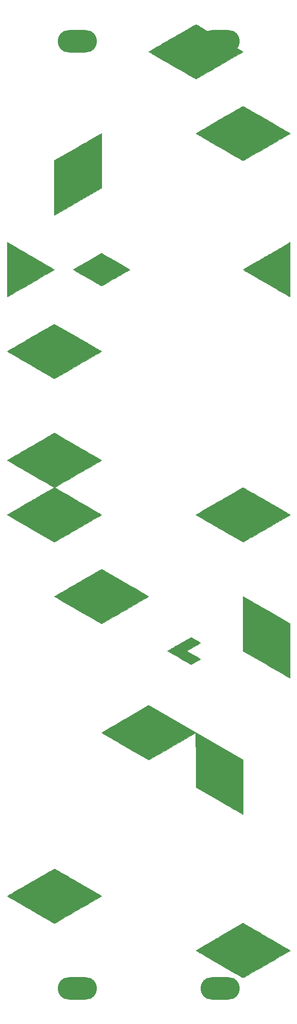
<source format=gbr>
%TF.GenerationSoftware,KiCad,Pcbnew,(5.1.8-0-10_14)*%
%TF.CreationDate,2021-10-30T13:37:44+01:00*%
%TF.ProjectId,4u-2col-spiral-tiled,34752d32-636f-46c2-9d73-706972616c2d,rev?*%
%TF.SameCoordinates,Original*%
%TF.FileFunction,Soldermask,Bot*%
%TF.FilePolarity,Negative*%
%FSLAX46Y46*%
G04 Gerber Fmt 4.6, Leading zero omitted, Abs format (unit mm)*
G04 Created by KiCad (PCBNEW (5.1.8-0-10_14)) date 2021-10-30 13:37:44*
%MOMM*%
%LPD*%
G01*
G04 APERTURE LIST*
%ADD10C,0.010000*%
%ADD11O,7.000000X4.000000*%
G04 APERTURE END LIST*
D10*
%TO.C,Ref\u002A\u002A*%
G36*
X152225141Y-177935067D02*
G01*
X152311628Y-177983851D01*
X152428730Y-178050467D01*
X152574467Y-178133768D01*
X152746855Y-178232602D01*
X152943912Y-178345822D01*
X153163658Y-178472278D01*
X153404108Y-178610821D01*
X153663282Y-178760301D01*
X153939198Y-178919568D01*
X154229873Y-179087475D01*
X154533324Y-179262870D01*
X154847571Y-179444606D01*
X155170631Y-179631533D01*
X155500522Y-179822501D01*
X155835262Y-180016361D01*
X156172868Y-180211963D01*
X156511359Y-180408160D01*
X156848753Y-180603800D01*
X157183067Y-180797735D01*
X157512320Y-180988816D01*
X157834529Y-181175893D01*
X158147712Y-181357817D01*
X158449887Y-181533439D01*
X158739073Y-181701609D01*
X159013286Y-181861177D01*
X159270546Y-182010996D01*
X159508869Y-182149915D01*
X159726275Y-182276785D01*
X159920780Y-182390457D01*
X160090402Y-182489781D01*
X160233160Y-182573608D01*
X160347072Y-182640789D01*
X160430155Y-182690175D01*
X160480427Y-182720616D01*
X160495995Y-182730930D01*
X160477428Y-182742972D01*
X160424160Y-182774998D01*
X160338172Y-182825862D01*
X160221448Y-182894419D01*
X160075968Y-182979524D01*
X159903716Y-183080030D01*
X159706673Y-183194792D01*
X159486820Y-183322665D01*
X159246141Y-183462502D01*
X158986617Y-183613159D01*
X158710230Y-183773489D01*
X158418963Y-183942347D01*
X158114797Y-184118587D01*
X157799714Y-184301065D01*
X157475696Y-184488633D01*
X157144725Y-184680148D01*
X156808784Y-184874462D01*
X156469855Y-185070431D01*
X156129919Y-185266908D01*
X155790958Y-185462749D01*
X155454955Y-185656807D01*
X155123891Y-185847938D01*
X154799749Y-186034995D01*
X154484510Y-186216833D01*
X154180157Y-186392306D01*
X153888672Y-186560268D01*
X153612036Y-186719575D01*
X153352233Y-186869080D01*
X153111242Y-187007638D01*
X152891048Y-187134103D01*
X152693631Y-187247330D01*
X152520975Y-187346173D01*
X152375060Y-187429486D01*
X152257869Y-187496124D01*
X152171384Y-187544942D01*
X152117587Y-187574793D01*
X152098667Y-187584520D01*
X152077642Y-187574802D01*
X152021617Y-187544808D01*
X151932225Y-187495472D01*
X151811101Y-187427729D01*
X151659880Y-187342512D01*
X151480197Y-187240755D01*
X151273688Y-187123393D01*
X151041986Y-186991360D01*
X150786728Y-186845590D01*
X150509547Y-186687018D01*
X150212079Y-186516577D01*
X149895959Y-186335202D01*
X149562821Y-186143826D01*
X149214302Y-185943385D01*
X148852034Y-185734812D01*
X148477655Y-185519041D01*
X148092797Y-185297007D01*
X147861486Y-185163451D01*
X147471671Y-184938207D01*
X147091747Y-184718472D01*
X146723326Y-184505187D01*
X146368023Y-184299295D01*
X146027452Y-184101736D01*
X145703225Y-183913451D01*
X145396957Y-183735383D01*
X145110260Y-183568471D01*
X144844750Y-183413658D01*
X144602038Y-183271886D01*
X144383740Y-183144094D01*
X144191468Y-183031225D01*
X144026836Y-182934220D01*
X143891457Y-182854020D01*
X143786946Y-182791566D01*
X143714916Y-182747801D01*
X143676981Y-182723665D01*
X143671258Y-182718994D01*
X143690748Y-182707110D01*
X143745275Y-182675014D01*
X143833211Y-182623649D01*
X143952926Y-182553959D01*
X144102789Y-182466888D01*
X144281171Y-182363379D01*
X144486441Y-182244375D01*
X144716971Y-182110821D01*
X144971129Y-181963660D01*
X145247287Y-181803836D01*
X145543814Y-181632291D01*
X145859081Y-181449970D01*
X146191457Y-181257816D01*
X146539313Y-181056774D01*
X146901019Y-180847785D01*
X147274944Y-180631795D01*
X147659460Y-180409746D01*
X147884942Y-180279562D01*
X152083424Y-177855719D01*
X152225141Y-177935067D01*
G37*
X152225141Y-177935067D02*
X152311628Y-177983851D01*
X152428730Y-178050467D01*
X152574467Y-178133768D01*
X152746855Y-178232602D01*
X152943912Y-178345822D01*
X153163658Y-178472278D01*
X153404108Y-178610821D01*
X153663282Y-178760301D01*
X153939198Y-178919568D01*
X154229873Y-179087475D01*
X154533324Y-179262870D01*
X154847571Y-179444606D01*
X155170631Y-179631533D01*
X155500522Y-179822501D01*
X155835262Y-180016361D01*
X156172868Y-180211963D01*
X156511359Y-180408160D01*
X156848753Y-180603800D01*
X157183067Y-180797735D01*
X157512320Y-180988816D01*
X157834529Y-181175893D01*
X158147712Y-181357817D01*
X158449887Y-181533439D01*
X158739073Y-181701609D01*
X159013286Y-181861177D01*
X159270546Y-182010996D01*
X159508869Y-182149915D01*
X159726275Y-182276785D01*
X159920780Y-182390457D01*
X160090402Y-182489781D01*
X160233160Y-182573608D01*
X160347072Y-182640789D01*
X160430155Y-182690175D01*
X160480427Y-182720616D01*
X160495995Y-182730930D01*
X160477428Y-182742972D01*
X160424160Y-182774998D01*
X160338172Y-182825862D01*
X160221448Y-182894419D01*
X160075968Y-182979524D01*
X159903716Y-183080030D01*
X159706673Y-183194792D01*
X159486820Y-183322665D01*
X159246141Y-183462502D01*
X158986617Y-183613159D01*
X158710230Y-183773489D01*
X158418963Y-183942347D01*
X158114797Y-184118587D01*
X157799714Y-184301065D01*
X157475696Y-184488633D01*
X157144725Y-184680148D01*
X156808784Y-184874462D01*
X156469855Y-185070431D01*
X156129919Y-185266908D01*
X155790958Y-185462749D01*
X155454955Y-185656807D01*
X155123891Y-185847938D01*
X154799749Y-186034995D01*
X154484510Y-186216833D01*
X154180157Y-186392306D01*
X153888672Y-186560268D01*
X153612036Y-186719575D01*
X153352233Y-186869080D01*
X153111242Y-187007638D01*
X152891048Y-187134103D01*
X152693631Y-187247330D01*
X152520975Y-187346173D01*
X152375060Y-187429486D01*
X152257869Y-187496124D01*
X152171384Y-187544942D01*
X152117587Y-187574793D01*
X152098667Y-187584520D01*
X152077642Y-187574802D01*
X152021617Y-187544808D01*
X151932225Y-187495472D01*
X151811101Y-187427729D01*
X151659880Y-187342512D01*
X151480197Y-187240755D01*
X151273688Y-187123393D01*
X151041986Y-186991360D01*
X150786728Y-186845590D01*
X150509547Y-186687018D01*
X150212079Y-186516577D01*
X149895959Y-186335202D01*
X149562821Y-186143826D01*
X149214302Y-185943385D01*
X148852034Y-185734812D01*
X148477655Y-185519041D01*
X148092797Y-185297007D01*
X147861486Y-185163451D01*
X147471671Y-184938207D01*
X147091747Y-184718472D01*
X146723326Y-184505187D01*
X146368023Y-184299295D01*
X146027452Y-184101736D01*
X145703225Y-183913451D01*
X145396957Y-183735383D01*
X145110260Y-183568471D01*
X144844750Y-183413658D01*
X144602038Y-183271886D01*
X144383740Y-183144094D01*
X144191468Y-183031225D01*
X144026836Y-182934220D01*
X143891457Y-182854020D01*
X143786946Y-182791566D01*
X143714916Y-182747801D01*
X143676981Y-182723665D01*
X143671258Y-182718994D01*
X143690748Y-182707110D01*
X143745275Y-182675014D01*
X143833211Y-182623649D01*
X143952926Y-182553959D01*
X144102789Y-182466888D01*
X144281171Y-182363379D01*
X144486441Y-182244375D01*
X144716971Y-182110821D01*
X144971129Y-181963660D01*
X145247287Y-181803836D01*
X145543814Y-181632291D01*
X145859081Y-181449970D01*
X146191457Y-181257816D01*
X146539313Y-181056774D01*
X146901019Y-180847785D01*
X147274944Y-180631795D01*
X147659460Y-180409746D01*
X147884942Y-180279562D01*
X152083424Y-177855719D01*
X152225141Y-177935067D01*
G36*
X118471839Y-168168552D02*
G01*
X118531164Y-168202121D01*
X118622811Y-168254412D01*
X118744802Y-168324281D01*
X118895158Y-168410585D01*
X119071901Y-168512181D01*
X119273053Y-168627925D01*
X119496635Y-168756675D01*
X119740669Y-168897286D01*
X120003176Y-169048616D01*
X120282179Y-169209522D01*
X120575698Y-169378859D01*
X120881756Y-169555484D01*
X121198375Y-169738255D01*
X121523575Y-169926028D01*
X121855378Y-170117660D01*
X122191807Y-170312007D01*
X122530882Y-170507925D01*
X122870626Y-170704273D01*
X123209060Y-170899905D01*
X123544206Y-171093680D01*
X123874085Y-171284453D01*
X124196720Y-171471081D01*
X124510131Y-171652422D01*
X124812340Y-171827331D01*
X125101370Y-171994666D01*
X125375241Y-172153282D01*
X125631976Y-172302038D01*
X125869595Y-172439788D01*
X126086121Y-172565391D01*
X126279576Y-172677702D01*
X126447980Y-172775579D01*
X126589357Y-172857878D01*
X126701726Y-172923456D01*
X126783110Y-172971169D01*
X126831531Y-172999874D01*
X126845304Y-173008500D01*
X126827256Y-173020056D01*
X126774486Y-173051574D01*
X126688973Y-173101914D01*
X126572693Y-173169936D01*
X126427624Y-173254498D01*
X126255743Y-173354461D01*
X126059028Y-173468684D01*
X125839455Y-173596027D01*
X125599003Y-173735348D01*
X125339648Y-173885508D01*
X125063369Y-174045367D01*
X124772142Y-174213783D01*
X124467944Y-174389616D01*
X124152754Y-174571726D01*
X123828548Y-174758972D01*
X123497303Y-174950214D01*
X123160998Y-175144311D01*
X122821609Y-175340123D01*
X122481114Y-175536509D01*
X122141490Y-175732330D01*
X121804715Y-175926444D01*
X121472765Y-176117711D01*
X121147619Y-176304991D01*
X120831253Y-176487142D01*
X120525645Y-176663025D01*
X120232772Y-176831500D01*
X119954612Y-176991425D01*
X119693142Y-177141660D01*
X119450340Y-177281065D01*
X119228182Y-177408500D01*
X119028646Y-177522823D01*
X118853709Y-177622895D01*
X118705349Y-177707574D01*
X118585543Y-177775721D01*
X118496269Y-177826195D01*
X118439503Y-177857856D01*
X118417224Y-177869562D01*
X118417056Y-177869603D01*
X118396541Y-177859467D01*
X118341026Y-177829055D01*
X118252143Y-177779303D01*
X118131527Y-177711149D01*
X117980812Y-177625531D01*
X117801630Y-177523385D01*
X117595617Y-177405649D01*
X117364405Y-177273260D01*
X117109629Y-177127155D01*
X116832922Y-176968272D01*
X116535917Y-176797547D01*
X116220249Y-176615919D01*
X115887552Y-176424323D01*
X115539459Y-176223698D01*
X115177603Y-176014981D01*
X114803619Y-175799109D01*
X114419140Y-175577019D01*
X114194139Y-175446977D01*
X113804663Y-175221744D01*
X113425002Y-175002019D01*
X113056774Y-174788747D01*
X112701599Y-174582871D01*
X112361096Y-174385335D01*
X112036886Y-174197082D01*
X111730586Y-174019057D01*
X111443818Y-173852203D01*
X111178199Y-173697464D01*
X110935350Y-173555784D01*
X110716889Y-173428107D01*
X110524437Y-173315376D01*
X110359613Y-173218535D01*
X110224036Y-173138528D01*
X110119326Y-173076298D01*
X110047101Y-173032791D01*
X110008982Y-173008948D01*
X110003139Y-173004499D01*
X110021732Y-172992536D01*
X110075373Y-172960369D01*
X110162439Y-172908943D01*
X110281304Y-172839201D01*
X110430344Y-172752086D01*
X110607933Y-172648541D01*
X110812447Y-172529509D01*
X111042261Y-172395933D01*
X111295751Y-172248757D01*
X111571290Y-172088923D01*
X111867255Y-171917374D01*
X112182020Y-171735055D01*
X112513961Y-171542907D01*
X112861453Y-171341874D01*
X113222871Y-171132900D01*
X113596590Y-170916926D01*
X113980986Y-170694897D01*
X114209618Y-170562891D01*
X114703120Y-170278085D01*
X115161013Y-170014016D01*
X115584277Y-169770127D01*
X115973890Y-169545862D01*
X116330832Y-169340662D01*
X116656084Y-169153973D01*
X116950623Y-168985238D01*
X117215430Y-168833899D01*
X117451484Y-168699400D01*
X117659764Y-168581185D01*
X117841250Y-168478697D01*
X117996922Y-168391380D01*
X118127758Y-168318676D01*
X118234738Y-168260029D01*
X118318842Y-168214883D01*
X118381049Y-168182680D01*
X118422338Y-168162865D01*
X118443689Y-168154880D01*
X118446814Y-168154849D01*
X118471839Y-168168552D01*
G37*
X118471839Y-168168552D02*
X118531164Y-168202121D01*
X118622811Y-168254412D01*
X118744802Y-168324281D01*
X118895158Y-168410585D01*
X119071901Y-168512181D01*
X119273053Y-168627925D01*
X119496635Y-168756675D01*
X119740669Y-168897286D01*
X120003176Y-169048616D01*
X120282179Y-169209522D01*
X120575698Y-169378859D01*
X120881756Y-169555484D01*
X121198375Y-169738255D01*
X121523575Y-169926028D01*
X121855378Y-170117660D01*
X122191807Y-170312007D01*
X122530882Y-170507925D01*
X122870626Y-170704273D01*
X123209060Y-170899905D01*
X123544206Y-171093680D01*
X123874085Y-171284453D01*
X124196720Y-171471081D01*
X124510131Y-171652422D01*
X124812340Y-171827331D01*
X125101370Y-171994666D01*
X125375241Y-172153282D01*
X125631976Y-172302038D01*
X125869595Y-172439788D01*
X126086121Y-172565391D01*
X126279576Y-172677702D01*
X126447980Y-172775579D01*
X126589357Y-172857878D01*
X126701726Y-172923456D01*
X126783110Y-172971169D01*
X126831531Y-172999874D01*
X126845304Y-173008500D01*
X126827256Y-173020056D01*
X126774486Y-173051574D01*
X126688973Y-173101914D01*
X126572693Y-173169936D01*
X126427624Y-173254498D01*
X126255743Y-173354461D01*
X126059028Y-173468684D01*
X125839455Y-173596027D01*
X125599003Y-173735348D01*
X125339648Y-173885508D01*
X125063369Y-174045367D01*
X124772142Y-174213783D01*
X124467944Y-174389616D01*
X124152754Y-174571726D01*
X123828548Y-174758972D01*
X123497303Y-174950214D01*
X123160998Y-175144311D01*
X122821609Y-175340123D01*
X122481114Y-175536509D01*
X122141490Y-175732330D01*
X121804715Y-175926444D01*
X121472765Y-176117711D01*
X121147619Y-176304991D01*
X120831253Y-176487142D01*
X120525645Y-176663025D01*
X120232772Y-176831500D01*
X119954612Y-176991425D01*
X119693142Y-177141660D01*
X119450340Y-177281065D01*
X119228182Y-177408500D01*
X119028646Y-177522823D01*
X118853709Y-177622895D01*
X118705349Y-177707574D01*
X118585543Y-177775721D01*
X118496269Y-177826195D01*
X118439503Y-177857856D01*
X118417224Y-177869562D01*
X118417056Y-177869603D01*
X118396541Y-177859467D01*
X118341026Y-177829055D01*
X118252143Y-177779303D01*
X118131527Y-177711149D01*
X117980812Y-177625531D01*
X117801630Y-177523385D01*
X117595617Y-177405649D01*
X117364405Y-177273260D01*
X117109629Y-177127155D01*
X116832922Y-176968272D01*
X116535917Y-176797547D01*
X116220249Y-176615919D01*
X115887552Y-176424323D01*
X115539459Y-176223698D01*
X115177603Y-176014981D01*
X114803619Y-175799109D01*
X114419140Y-175577019D01*
X114194139Y-175446977D01*
X113804663Y-175221744D01*
X113425002Y-175002019D01*
X113056774Y-174788747D01*
X112701599Y-174582871D01*
X112361096Y-174385335D01*
X112036886Y-174197082D01*
X111730586Y-174019057D01*
X111443818Y-173852203D01*
X111178199Y-173697464D01*
X110935350Y-173555784D01*
X110716889Y-173428107D01*
X110524437Y-173315376D01*
X110359613Y-173218535D01*
X110224036Y-173138528D01*
X110119326Y-173076298D01*
X110047101Y-173032791D01*
X110008982Y-173008948D01*
X110003139Y-173004499D01*
X110021732Y-172992536D01*
X110075373Y-172960369D01*
X110162439Y-172908943D01*
X110281304Y-172839201D01*
X110430344Y-172752086D01*
X110607933Y-172648541D01*
X110812447Y-172529509D01*
X111042261Y-172395933D01*
X111295751Y-172248757D01*
X111571290Y-172088923D01*
X111867255Y-171917374D01*
X112182020Y-171735055D01*
X112513961Y-171542907D01*
X112861453Y-171341874D01*
X113222871Y-171132900D01*
X113596590Y-170916926D01*
X113980986Y-170694897D01*
X114209618Y-170562891D01*
X114703120Y-170278085D01*
X115161013Y-170014016D01*
X115584277Y-169770127D01*
X115973890Y-169545862D01*
X116330832Y-169340662D01*
X116656084Y-169153973D01*
X116950623Y-168985238D01*
X117215430Y-168833899D01*
X117451484Y-168699400D01*
X117659764Y-168581185D01*
X117841250Y-168478697D01*
X117996922Y-168391380D01*
X118127758Y-168318676D01*
X118234738Y-168260029D01*
X118318842Y-168214883D01*
X118381049Y-168182680D01*
X118422338Y-168162865D01*
X118443689Y-168154880D01*
X118446814Y-168154849D01*
X118471839Y-168168552D01*
G36*
X152097266Y-148698583D02*
G01*
X152097966Y-153572208D01*
X152098009Y-154023295D01*
X152098005Y-154463104D01*
X152097958Y-154889767D01*
X152097869Y-155301416D01*
X152097739Y-155696185D01*
X152097571Y-156072205D01*
X152097366Y-156427611D01*
X152097127Y-156760533D01*
X152096854Y-157069106D01*
X152096549Y-157351462D01*
X152096215Y-157605733D01*
X152095853Y-157830053D01*
X152095464Y-158022554D01*
X152095051Y-158181368D01*
X152094616Y-158304629D01*
X152094160Y-158390468D01*
X152093684Y-158437020D01*
X152093375Y-158445334D01*
X152074821Y-158434856D01*
X152021231Y-158404138D01*
X151934228Y-158354116D01*
X151815431Y-158285725D01*
X151666463Y-158199900D01*
X151488945Y-158097577D01*
X151284499Y-157979692D01*
X151054745Y-157847179D01*
X150801305Y-157700975D01*
X150525800Y-157542013D01*
X150229852Y-157371231D01*
X149915083Y-157189563D01*
X149583113Y-156997944D01*
X149235563Y-156797311D01*
X148874057Y-156588598D01*
X148500213Y-156372740D01*
X148115655Y-156150674D01*
X147875917Y-156012225D01*
X143663750Y-153579613D01*
X143658413Y-148731390D01*
X143657877Y-148281486D01*
X143657275Y-147842862D01*
X143656614Y-147417390D01*
X143655897Y-147006943D01*
X143655132Y-146613394D01*
X143654323Y-146238613D01*
X143653477Y-145884475D01*
X143652599Y-145552851D01*
X143651695Y-145245614D01*
X143650770Y-144964637D01*
X143649831Y-144711791D01*
X143648882Y-144488949D01*
X143647930Y-144297984D01*
X143646981Y-144140767D01*
X143646039Y-144019173D01*
X143645111Y-143935072D01*
X143644203Y-143890337D01*
X143643683Y-143883166D01*
X143624745Y-143893603D01*
X143570789Y-143924286D01*
X143483447Y-143974273D01*
X143364352Y-144042626D01*
X143215135Y-144128401D01*
X143037429Y-144230659D01*
X142832865Y-144348458D01*
X142603075Y-144480858D01*
X142349693Y-144626918D01*
X142074349Y-144785697D01*
X141778676Y-144956253D01*
X141464307Y-145137647D01*
X141132872Y-145328937D01*
X140786005Y-145529182D01*
X140425337Y-145737441D01*
X140052501Y-145952774D01*
X139669128Y-146174239D01*
X139468603Y-146290095D01*
X139013797Y-146552747D01*
X138579660Y-146803189D01*
X138167232Y-147040830D01*
X137777552Y-147265077D01*
X137411658Y-147475338D01*
X137070589Y-147671019D01*
X136755384Y-147851528D01*
X136467083Y-148016273D01*
X136206723Y-148164660D01*
X135975343Y-148296098D01*
X135773984Y-148409993D01*
X135603682Y-148505753D01*
X135465478Y-148582785D01*
X135360410Y-148640497D01*
X135289517Y-148678296D01*
X135253838Y-148695589D01*
X135250000Y-148696695D01*
X135227424Y-148686274D01*
X135170375Y-148655831D01*
X135080831Y-148606506D01*
X134960773Y-148539443D01*
X134812181Y-148455783D01*
X134637034Y-148356667D01*
X134437314Y-148243237D01*
X134215001Y-148116635D01*
X133972073Y-147978002D01*
X133710512Y-147828481D01*
X133432298Y-147669214D01*
X133139410Y-147501341D01*
X132833829Y-147326004D01*
X132517534Y-147144346D01*
X132192506Y-146957508D01*
X131860726Y-146766632D01*
X131524172Y-146572859D01*
X131184825Y-146377331D01*
X130844666Y-146181190D01*
X130505674Y-145985578D01*
X130169829Y-145791637D01*
X129839111Y-145600507D01*
X129515502Y-145413332D01*
X129200980Y-145231252D01*
X128897525Y-145055409D01*
X128607119Y-144886945D01*
X128331740Y-144727003D01*
X128073369Y-144576723D01*
X127833987Y-144437247D01*
X127615572Y-144309717D01*
X127420106Y-144195274D01*
X127249568Y-144095062D01*
X127105939Y-144010220D01*
X126991198Y-143941891D01*
X126907325Y-143891217D01*
X126856302Y-143859340D01*
X126840063Y-143847473D01*
X126858487Y-143835442D01*
X126911962Y-143803209D01*
X126998864Y-143751718D01*
X127117571Y-143681910D01*
X127266458Y-143594730D01*
X127443903Y-143491121D01*
X127648281Y-143372025D01*
X127877970Y-143238385D01*
X128131345Y-143091145D01*
X128406785Y-142931248D01*
X128702664Y-142759637D01*
X129017361Y-142577254D01*
X129349250Y-142385043D01*
X129696710Y-142183948D01*
X130058117Y-141974911D01*
X130431846Y-141758874D01*
X130816276Y-141536783D01*
X131047543Y-141403236D01*
X135251210Y-138976223D01*
X152097266Y-148698583D01*
G37*
X152097266Y-148698583D02*
X152097966Y-153572208D01*
X152098009Y-154023295D01*
X152098005Y-154463104D01*
X152097958Y-154889767D01*
X152097869Y-155301416D01*
X152097739Y-155696185D01*
X152097571Y-156072205D01*
X152097366Y-156427611D01*
X152097127Y-156760533D01*
X152096854Y-157069106D01*
X152096549Y-157351462D01*
X152096215Y-157605733D01*
X152095853Y-157830053D01*
X152095464Y-158022554D01*
X152095051Y-158181368D01*
X152094616Y-158304629D01*
X152094160Y-158390468D01*
X152093684Y-158437020D01*
X152093375Y-158445334D01*
X152074821Y-158434856D01*
X152021231Y-158404138D01*
X151934228Y-158354116D01*
X151815431Y-158285725D01*
X151666463Y-158199900D01*
X151488945Y-158097577D01*
X151284499Y-157979692D01*
X151054745Y-157847179D01*
X150801305Y-157700975D01*
X150525800Y-157542013D01*
X150229852Y-157371231D01*
X149915083Y-157189563D01*
X149583113Y-156997944D01*
X149235563Y-156797311D01*
X148874057Y-156588598D01*
X148500213Y-156372740D01*
X148115655Y-156150674D01*
X147875917Y-156012225D01*
X143663750Y-153579613D01*
X143658413Y-148731390D01*
X143657877Y-148281486D01*
X143657275Y-147842862D01*
X143656614Y-147417390D01*
X143655897Y-147006943D01*
X143655132Y-146613394D01*
X143654323Y-146238613D01*
X143653477Y-145884475D01*
X143652599Y-145552851D01*
X143651695Y-145245614D01*
X143650770Y-144964637D01*
X143649831Y-144711791D01*
X143648882Y-144488949D01*
X143647930Y-144297984D01*
X143646981Y-144140767D01*
X143646039Y-144019173D01*
X143645111Y-143935072D01*
X143644203Y-143890337D01*
X143643683Y-143883166D01*
X143624745Y-143893603D01*
X143570789Y-143924286D01*
X143483447Y-143974273D01*
X143364352Y-144042626D01*
X143215135Y-144128401D01*
X143037429Y-144230659D01*
X142832865Y-144348458D01*
X142603075Y-144480858D01*
X142349693Y-144626918D01*
X142074349Y-144785697D01*
X141778676Y-144956253D01*
X141464307Y-145137647D01*
X141132872Y-145328937D01*
X140786005Y-145529182D01*
X140425337Y-145737441D01*
X140052501Y-145952774D01*
X139669128Y-146174239D01*
X139468603Y-146290095D01*
X139013797Y-146552747D01*
X138579660Y-146803189D01*
X138167232Y-147040830D01*
X137777552Y-147265077D01*
X137411658Y-147475338D01*
X137070589Y-147671019D01*
X136755384Y-147851528D01*
X136467083Y-148016273D01*
X136206723Y-148164660D01*
X135975343Y-148296098D01*
X135773984Y-148409993D01*
X135603682Y-148505753D01*
X135465478Y-148582785D01*
X135360410Y-148640497D01*
X135289517Y-148678296D01*
X135253838Y-148695589D01*
X135250000Y-148696695D01*
X135227424Y-148686274D01*
X135170375Y-148655831D01*
X135080831Y-148606506D01*
X134960773Y-148539443D01*
X134812181Y-148455783D01*
X134637034Y-148356667D01*
X134437314Y-148243237D01*
X134215001Y-148116635D01*
X133972073Y-147978002D01*
X133710512Y-147828481D01*
X133432298Y-147669214D01*
X133139410Y-147501341D01*
X132833829Y-147326004D01*
X132517534Y-147144346D01*
X132192506Y-146957508D01*
X131860726Y-146766632D01*
X131524172Y-146572859D01*
X131184825Y-146377331D01*
X130844666Y-146181190D01*
X130505674Y-145985578D01*
X130169829Y-145791637D01*
X129839111Y-145600507D01*
X129515502Y-145413332D01*
X129200980Y-145231252D01*
X128897525Y-145055409D01*
X128607119Y-144886945D01*
X128331740Y-144727003D01*
X128073369Y-144576723D01*
X127833987Y-144437247D01*
X127615572Y-144309717D01*
X127420106Y-144195274D01*
X127249568Y-144095062D01*
X127105939Y-144010220D01*
X126991198Y-143941891D01*
X126907325Y-143891217D01*
X126856302Y-143859340D01*
X126840063Y-143847473D01*
X126858487Y-143835442D01*
X126911962Y-143803209D01*
X126998864Y-143751718D01*
X127117571Y-143681910D01*
X127266458Y-143594730D01*
X127443903Y-143491121D01*
X127648281Y-143372025D01*
X127877970Y-143238385D01*
X128131345Y-143091145D01*
X128406785Y-142931248D01*
X128702664Y-142759637D01*
X129017361Y-142577254D01*
X129349250Y-142385043D01*
X129696710Y-142183948D01*
X130058117Y-141974911D01*
X130431846Y-141758874D01*
X130816276Y-141536783D01*
X131047543Y-141403236D01*
X135251210Y-138976223D01*
X152097266Y-148698583D01*
G36*
X152115508Y-119556106D02*
G01*
X152170311Y-119587434D01*
X152258509Y-119638054D01*
X152378469Y-119707025D01*
X152528560Y-119793407D01*
X152707150Y-119896258D01*
X152912608Y-120014639D01*
X153143301Y-120147608D01*
X153397598Y-120294224D01*
X153673868Y-120453547D01*
X153970478Y-120624635D01*
X154285798Y-120806549D01*
X154618195Y-120998346D01*
X154966037Y-121199087D01*
X155327694Y-121407830D01*
X155701532Y-121623635D01*
X156085922Y-121845561D01*
X156307942Y-121973757D01*
X160501833Y-124395431D01*
X160501833Y-129270965D01*
X160501811Y-129722118D01*
X160501744Y-130161981D01*
X160501636Y-130588686D01*
X160501487Y-131000367D01*
X160501301Y-131395159D01*
X160501079Y-131771196D01*
X160500823Y-132126611D01*
X160500536Y-132459539D01*
X160500219Y-132768113D01*
X160499874Y-133050467D01*
X160499503Y-133304734D01*
X160499109Y-133529050D01*
X160498693Y-133721548D01*
X160498258Y-133880362D01*
X160497804Y-134003625D01*
X160497336Y-134089472D01*
X160496854Y-134136037D01*
X160496542Y-134144362D01*
X160477990Y-134133725D01*
X160424412Y-134102839D01*
X160337429Y-134052642D01*
X160218665Y-133984072D01*
X160069742Y-133898067D01*
X159892284Y-133795565D01*
X159687913Y-133677502D01*
X159458253Y-133544818D01*
X159204926Y-133398449D01*
X158929556Y-133239334D01*
X158633765Y-133068410D01*
X158319177Y-132886615D01*
X157987414Y-132694886D01*
X157640099Y-132494162D01*
X157278856Y-132285381D01*
X156905307Y-132069479D01*
X156521076Y-131847396D01*
X156289667Y-131713639D01*
X152088083Y-129285052D01*
X152082746Y-124411497D01*
X152082315Y-123945696D01*
X152082050Y-123493646D01*
X152081949Y-123057090D01*
X152082006Y-122637770D01*
X152082216Y-122237430D01*
X152082576Y-121857812D01*
X152083079Y-121500659D01*
X152083723Y-121167714D01*
X152084501Y-120860719D01*
X152085409Y-120581418D01*
X152086444Y-120331552D01*
X152087599Y-120112865D01*
X152088870Y-119927100D01*
X152090253Y-119776000D01*
X152091744Y-119661306D01*
X152093336Y-119584763D01*
X152095027Y-119548112D01*
X152095730Y-119545012D01*
X152115508Y-119556106D01*
G37*
X152115508Y-119556106D02*
X152170311Y-119587434D01*
X152258509Y-119638054D01*
X152378469Y-119707025D01*
X152528560Y-119793407D01*
X152707150Y-119896258D01*
X152912608Y-120014639D01*
X153143301Y-120147608D01*
X153397598Y-120294224D01*
X153673868Y-120453547D01*
X153970478Y-120624635D01*
X154285798Y-120806549D01*
X154618195Y-120998346D01*
X154966037Y-121199087D01*
X155327694Y-121407830D01*
X155701532Y-121623635D01*
X156085922Y-121845561D01*
X156307942Y-121973757D01*
X160501833Y-124395431D01*
X160501833Y-129270965D01*
X160501811Y-129722118D01*
X160501744Y-130161981D01*
X160501636Y-130588686D01*
X160501487Y-131000367D01*
X160501301Y-131395159D01*
X160501079Y-131771196D01*
X160500823Y-132126611D01*
X160500536Y-132459539D01*
X160500219Y-132768113D01*
X160499874Y-133050467D01*
X160499503Y-133304734D01*
X160499109Y-133529050D01*
X160498693Y-133721548D01*
X160498258Y-133880362D01*
X160497804Y-134003625D01*
X160497336Y-134089472D01*
X160496854Y-134136037D01*
X160496542Y-134144362D01*
X160477990Y-134133725D01*
X160424412Y-134102839D01*
X160337429Y-134052642D01*
X160218665Y-133984072D01*
X160069742Y-133898067D01*
X159892284Y-133795565D01*
X159687913Y-133677502D01*
X159458253Y-133544818D01*
X159204926Y-133398449D01*
X158929556Y-133239334D01*
X158633765Y-133068410D01*
X158319177Y-132886615D01*
X157987414Y-132694886D01*
X157640099Y-132494162D01*
X157278856Y-132285381D01*
X156905307Y-132069479D01*
X156521076Y-131847396D01*
X156289667Y-131713639D01*
X152088083Y-129285052D01*
X152082746Y-124411497D01*
X152082315Y-123945696D01*
X152082050Y-123493646D01*
X152081949Y-123057090D01*
X152082006Y-122637770D01*
X152082216Y-122237430D01*
X152082576Y-121857812D01*
X152083079Y-121500659D01*
X152083723Y-121167714D01*
X152084501Y-120860719D01*
X152085409Y-120581418D01*
X152086444Y-120331552D01*
X152087599Y-120112865D01*
X152088870Y-119927100D01*
X152090253Y-119776000D01*
X152091744Y-119661306D01*
X152093336Y-119584763D01*
X152095027Y-119548112D01*
X152095730Y-119545012D01*
X152115508Y-119556106D01*
G36*
X143674071Y-127316083D02*
G01*
X143880691Y-127435555D01*
X144052765Y-127535914D01*
X144192714Y-127618673D01*
X144302959Y-127685347D01*
X144385922Y-127737449D01*
X144444023Y-127776494D01*
X144479684Y-127803996D01*
X144495327Y-127821468D01*
X144494941Y-127829350D01*
X144472418Y-127843875D01*
X144416284Y-127877673D01*
X144329635Y-127928937D01*
X144215572Y-127995861D01*
X144077192Y-128076638D01*
X143917594Y-128169459D01*
X143739877Y-128272519D01*
X143547140Y-128384009D01*
X143342482Y-128502123D01*
X143244558Y-128558546D01*
X143036743Y-128678615D01*
X142840543Y-128792729D01*
X142658917Y-128899119D01*
X142494828Y-128996015D01*
X142351234Y-129081645D01*
X142231096Y-129154239D01*
X142137375Y-129212027D01*
X142073032Y-129253238D01*
X142041026Y-129276103D01*
X142038058Y-129280085D01*
X142058849Y-129293295D01*
X142113264Y-129325855D01*
X142198248Y-129375982D01*
X142310741Y-129441894D01*
X142447689Y-129521809D01*
X142606032Y-129613943D01*
X142782716Y-129716514D01*
X142974681Y-129827740D01*
X143178873Y-129945839D01*
X143282750Y-130005841D01*
X143491318Y-130126464D01*
X143688726Y-130241017D01*
X143871972Y-130347735D01*
X144038051Y-130444848D01*
X144183960Y-130530590D01*
X144306696Y-130603192D01*
X144403255Y-130660888D01*
X144470633Y-130701910D01*
X144505827Y-130724490D01*
X144510417Y-130728320D01*
X144492810Y-130740696D01*
X144442949Y-130771601D01*
X144365269Y-130818450D01*
X144264207Y-130878656D01*
X144144197Y-130949633D01*
X144009676Y-131028794D01*
X143865080Y-131113553D01*
X143714844Y-131201323D01*
X143563406Y-131289519D01*
X143415200Y-131375554D01*
X143274664Y-131456841D01*
X143146231Y-131530794D01*
X143034340Y-131594827D01*
X142943425Y-131646354D01*
X142877923Y-131682787D01*
X142842269Y-131701542D01*
X142838250Y-131703269D01*
X142817517Y-131693839D01*
X142762493Y-131664481D01*
X142675502Y-131616515D01*
X142558866Y-131551264D01*
X142414908Y-131470049D01*
X142245950Y-131374192D01*
X142054315Y-131265015D01*
X141842326Y-131143840D01*
X141612306Y-131011988D01*
X141366576Y-130870781D01*
X141107461Y-130721541D01*
X140837282Y-130565590D01*
X140723265Y-130499679D01*
X140449497Y-130341152D01*
X140186228Y-130188318D01*
X139935752Y-130042531D01*
X139700364Y-129905142D01*
X139482357Y-129777502D01*
X139284024Y-129660963D01*
X139107659Y-129556878D01*
X138955556Y-129466598D01*
X138830010Y-129391475D01*
X138733312Y-129332860D01*
X138667758Y-129292107D01*
X138635641Y-129270565D01*
X138632672Y-129267583D01*
X138651065Y-129254441D01*
X138703849Y-129221541D01*
X138788722Y-129170235D01*
X138903381Y-129101874D01*
X139045522Y-129017808D01*
X139212841Y-128919389D01*
X139403035Y-128807966D01*
X139613801Y-128684892D01*
X139842835Y-128551517D01*
X140087834Y-128409191D01*
X140346495Y-128259266D01*
X140616514Y-128103093D01*
X140731120Y-128036905D01*
X142826343Y-126827394D01*
X143674071Y-127316083D01*
G37*
X143674071Y-127316083D02*
X143880691Y-127435555D01*
X144052765Y-127535914D01*
X144192714Y-127618673D01*
X144302959Y-127685347D01*
X144385922Y-127737449D01*
X144444023Y-127776494D01*
X144479684Y-127803996D01*
X144495327Y-127821468D01*
X144494941Y-127829350D01*
X144472418Y-127843875D01*
X144416284Y-127877673D01*
X144329635Y-127928937D01*
X144215572Y-127995861D01*
X144077192Y-128076638D01*
X143917594Y-128169459D01*
X143739877Y-128272519D01*
X143547140Y-128384009D01*
X143342482Y-128502123D01*
X143244558Y-128558546D01*
X143036743Y-128678615D01*
X142840543Y-128792729D01*
X142658917Y-128899119D01*
X142494828Y-128996015D01*
X142351234Y-129081645D01*
X142231096Y-129154239D01*
X142137375Y-129212027D01*
X142073032Y-129253238D01*
X142041026Y-129276103D01*
X142038058Y-129280085D01*
X142058849Y-129293295D01*
X142113264Y-129325855D01*
X142198248Y-129375982D01*
X142310741Y-129441894D01*
X142447689Y-129521809D01*
X142606032Y-129613943D01*
X142782716Y-129716514D01*
X142974681Y-129827740D01*
X143178873Y-129945839D01*
X143282750Y-130005841D01*
X143491318Y-130126464D01*
X143688726Y-130241017D01*
X143871972Y-130347735D01*
X144038051Y-130444848D01*
X144183960Y-130530590D01*
X144306696Y-130603192D01*
X144403255Y-130660888D01*
X144470633Y-130701910D01*
X144505827Y-130724490D01*
X144510417Y-130728320D01*
X144492810Y-130740696D01*
X144442949Y-130771601D01*
X144365269Y-130818450D01*
X144264207Y-130878656D01*
X144144197Y-130949633D01*
X144009676Y-131028794D01*
X143865080Y-131113553D01*
X143714844Y-131201323D01*
X143563406Y-131289519D01*
X143415200Y-131375554D01*
X143274664Y-131456841D01*
X143146231Y-131530794D01*
X143034340Y-131594827D01*
X142943425Y-131646354D01*
X142877923Y-131682787D01*
X142842269Y-131701542D01*
X142838250Y-131703269D01*
X142817517Y-131693839D01*
X142762493Y-131664481D01*
X142675502Y-131616515D01*
X142558866Y-131551264D01*
X142414908Y-131470049D01*
X142245950Y-131374192D01*
X142054315Y-131265015D01*
X141842326Y-131143840D01*
X141612306Y-131011988D01*
X141366576Y-130870781D01*
X141107461Y-130721541D01*
X140837282Y-130565590D01*
X140723265Y-130499679D01*
X140449497Y-130341152D01*
X140186228Y-130188318D01*
X139935752Y-130042531D01*
X139700364Y-129905142D01*
X139482357Y-129777502D01*
X139284024Y-129660963D01*
X139107659Y-129556878D01*
X138955556Y-129466598D01*
X138830010Y-129391475D01*
X138733312Y-129332860D01*
X138667758Y-129292107D01*
X138635641Y-129270565D01*
X138632672Y-129267583D01*
X138651065Y-129254441D01*
X138703849Y-129221541D01*
X138788722Y-129170235D01*
X138903381Y-129101874D01*
X139045522Y-129017808D01*
X139212841Y-128919389D01*
X139403035Y-128807966D01*
X139613801Y-128684892D01*
X139842835Y-128551517D01*
X140087834Y-128409191D01*
X140346495Y-128259266D01*
X140616514Y-128103093D01*
X140731120Y-128036905D01*
X142826343Y-126827394D01*
X143674071Y-127316083D01*
G36*
X126843978Y-114698669D02*
G01*
X126898981Y-114728474D01*
X126986575Y-114777222D01*
X127104783Y-114843771D01*
X127251628Y-114926978D01*
X127425133Y-115025701D01*
X127623322Y-115138799D01*
X127844217Y-115265130D01*
X128085842Y-115403551D01*
X128346220Y-115552922D01*
X128623375Y-115712099D01*
X128915329Y-115879941D01*
X129220106Y-116055306D01*
X129535729Y-116237052D01*
X129860221Y-116424038D01*
X130191605Y-116615120D01*
X130527906Y-116809158D01*
X130867145Y-117005009D01*
X131207346Y-117201532D01*
X131546533Y-117397584D01*
X131882728Y-117592024D01*
X132213955Y-117783709D01*
X132538237Y-117971498D01*
X132853598Y-118154249D01*
X133158060Y-118330819D01*
X133449646Y-118500068D01*
X133726381Y-118660852D01*
X133986287Y-118812030D01*
X134227387Y-118952461D01*
X134447705Y-119081001D01*
X134645263Y-119196510D01*
X134818086Y-119297845D01*
X134964196Y-119383865D01*
X135081617Y-119453427D01*
X135168371Y-119505389D01*
X135222482Y-119538610D01*
X135241974Y-119551948D01*
X135242002Y-119552083D01*
X135223297Y-119564850D01*
X135169860Y-119597549D01*
X135083674Y-119649034D01*
X134966723Y-119718161D01*
X134820989Y-119803786D01*
X134648455Y-119904765D01*
X134451105Y-120019954D01*
X134230920Y-120148209D01*
X133989885Y-120288385D01*
X133729981Y-120439338D01*
X133453193Y-120599925D01*
X133161502Y-120769000D01*
X132856893Y-120945419D01*
X132541347Y-121128040D01*
X132216848Y-121315716D01*
X131885379Y-121507305D01*
X131548923Y-121701661D01*
X131209462Y-121897641D01*
X130868980Y-122094101D01*
X130529459Y-122289896D01*
X130192883Y-122483882D01*
X129861235Y-122674915D01*
X129536497Y-122861851D01*
X129220652Y-123043546D01*
X128915684Y-123218855D01*
X128623575Y-123386634D01*
X128346308Y-123545739D01*
X128085867Y-123695026D01*
X127844233Y-123833351D01*
X127623391Y-123959569D01*
X127425323Y-124072537D01*
X127252012Y-124171109D01*
X127105441Y-124254143D01*
X126987593Y-124320493D01*
X126900451Y-124369016D01*
X126845998Y-124398567D01*
X126826314Y-124408025D01*
X126805222Y-124397408D01*
X126749131Y-124366526D01*
X126659679Y-124316317D01*
X126538505Y-124247724D01*
X126387249Y-124161687D01*
X126207549Y-124059146D01*
X126001045Y-123941042D01*
X125769375Y-123808316D01*
X125514178Y-123661908D01*
X125237094Y-123502759D01*
X124939761Y-123331809D01*
X124623819Y-123149999D01*
X124290905Y-122958270D01*
X123942661Y-122757563D01*
X123580723Y-122548817D01*
X123206732Y-122332974D01*
X122822326Y-122110974D01*
X122606517Y-121986278D01*
X122217306Y-121761332D01*
X121837789Y-121541953D01*
X121469593Y-121329084D01*
X121114347Y-121123668D01*
X120773679Y-120926647D01*
X120449219Y-120738964D01*
X120142593Y-120561562D01*
X119855432Y-120395384D01*
X119589363Y-120241372D01*
X119346015Y-120100468D01*
X119127015Y-119973616D01*
X118933994Y-119861759D01*
X118768578Y-119765838D01*
X118632397Y-119686797D01*
X118527078Y-119625578D01*
X118454251Y-119583125D01*
X118415544Y-119560378D01*
X118409380Y-119556602D01*
X118426686Y-119545516D01*
X118478687Y-119514417D01*
X118563411Y-119464448D01*
X118678884Y-119396750D01*
X118823132Y-119312465D01*
X118994181Y-119212734D01*
X119190060Y-119098700D01*
X119408793Y-118971503D01*
X119648408Y-118832286D01*
X119906932Y-118682191D01*
X120182390Y-118522358D01*
X120472809Y-118353929D01*
X120776216Y-118178047D01*
X121090637Y-117995852D01*
X121414099Y-117808487D01*
X121744629Y-117617093D01*
X122080253Y-117422811D01*
X122418997Y-117226784D01*
X122758888Y-117030153D01*
X123097953Y-116834060D01*
X123434219Y-116639646D01*
X123765711Y-116448054D01*
X124090456Y-116260423D01*
X124406481Y-116077898D01*
X124711812Y-115901618D01*
X125004477Y-115732726D01*
X125282501Y-115572363D01*
X125543911Y-115421671D01*
X125786734Y-115281791D01*
X126008995Y-115153866D01*
X126208723Y-115039037D01*
X126383943Y-114938446D01*
X126532681Y-114853233D01*
X126652965Y-114784542D01*
X126742821Y-114733513D01*
X126800275Y-114701288D01*
X126823355Y-114689009D01*
X126823541Y-114688948D01*
X126843978Y-114698669D01*
G37*
X126843978Y-114698669D02*
X126898981Y-114728474D01*
X126986575Y-114777222D01*
X127104783Y-114843771D01*
X127251628Y-114926978D01*
X127425133Y-115025701D01*
X127623322Y-115138799D01*
X127844217Y-115265130D01*
X128085842Y-115403551D01*
X128346220Y-115552922D01*
X128623375Y-115712099D01*
X128915329Y-115879941D01*
X129220106Y-116055306D01*
X129535729Y-116237052D01*
X129860221Y-116424038D01*
X130191605Y-116615120D01*
X130527906Y-116809158D01*
X130867145Y-117005009D01*
X131207346Y-117201532D01*
X131546533Y-117397584D01*
X131882728Y-117592024D01*
X132213955Y-117783709D01*
X132538237Y-117971498D01*
X132853598Y-118154249D01*
X133158060Y-118330819D01*
X133449646Y-118500068D01*
X133726381Y-118660852D01*
X133986287Y-118812030D01*
X134227387Y-118952461D01*
X134447705Y-119081001D01*
X134645263Y-119196510D01*
X134818086Y-119297845D01*
X134964196Y-119383865D01*
X135081617Y-119453427D01*
X135168371Y-119505389D01*
X135222482Y-119538610D01*
X135241974Y-119551948D01*
X135242002Y-119552083D01*
X135223297Y-119564850D01*
X135169860Y-119597549D01*
X135083674Y-119649034D01*
X134966723Y-119718161D01*
X134820989Y-119803786D01*
X134648455Y-119904765D01*
X134451105Y-120019954D01*
X134230920Y-120148209D01*
X133989885Y-120288385D01*
X133729981Y-120439338D01*
X133453193Y-120599925D01*
X133161502Y-120769000D01*
X132856893Y-120945419D01*
X132541347Y-121128040D01*
X132216848Y-121315716D01*
X131885379Y-121507305D01*
X131548923Y-121701661D01*
X131209462Y-121897641D01*
X130868980Y-122094101D01*
X130529459Y-122289896D01*
X130192883Y-122483882D01*
X129861235Y-122674915D01*
X129536497Y-122861851D01*
X129220652Y-123043546D01*
X128915684Y-123218855D01*
X128623575Y-123386634D01*
X128346308Y-123545739D01*
X128085867Y-123695026D01*
X127844233Y-123833351D01*
X127623391Y-123959569D01*
X127425323Y-124072537D01*
X127252012Y-124171109D01*
X127105441Y-124254143D01*
X126987593Y-124320493D01*
X126900451Y-124369016D01*
X126845998Y-124398567D01*
X126826314Y-124408025D01*
X126805222Y-124397408D01*
X126749131Y-124366526D01*
X126659679Y-124316317D01*
X126538505Y-124247724D01*
X126387249Y-124161687D01*
X126207549Y-124059146D01*
X126001045Y-123941042D01*
X125769375Y-123808316D01*
X125514178Y-123661908D01*
X125237094Y-123502759D01*
X124939761Y-123331809D01*
X124623819Y-123149999D01*
X124290905Y-122958270D01*
X123942661Y-122757563D01*
X123580723Y-122548817D01*
X123206732Y-122332974D01*
X122822326Y-122110974D01*
X122606517Y-121986278D01*
X122217306Y-121761332D01*
X121837789Y-121541953D01*
X121469593Y-121329084D01*
X121114347Y-121123668D01*
X120773679Y-120926647D01*
X120449219Y-120738964D01*
X120142593Y-120561562D01*
X119855432Y-120395384D01*
X119589363Y-120241372D01*
X119346015Y-120100468D01*
X119127015Y-119973616D01*
X118933994Y-119861759D01*
X118768578Y-119765838D01*
X118632397Y-119686797D01*
X118527078Y-119625578D01*
X118454251Y-119583125D01*
X118415544Y-119560378D01*
X118409380Y-119556602D01*
X118426686Y-119545516D01*
X118478687Y-119514417D01*
X118563411Y-119464448D01*
X118678884Y-119396750D01*
X118823132Y-119312465D01*
X118994181Y-119212734D01*
X119190060Y-119098700D01*
X119408793Y-118971503D01*
X119648408Y-118832286D01*
X119906932Y-118682191D01*
X120182390Y-118522358D01*
X120472809Y-118353929D01*
X120776216Y-118178047D01*
X121090637Y-117995852D01*
X121414099Y-117808487D01*
X121744629Y-117617093D01*
X122080253Y-117422811D01*
X122418997Y-117226784D01*
X122758888Y-117030153D01*
X123097953Y-116834060D01*
X123434219Y-116639646D01*
X123765711Y-116448054D01*
X124090456Y-116260423D01*
X124406481Y-116077898D01*
X124711812Y-115901618D01*
X125004477Y-115732726D01*
X125282501Y-115572363D01*
X125543911Y-115421671D01*
X125786734Y-115281791D01*
X126008995Y-115153866D01*
X126208723Y-115039037D01*
X126383943Y-114938446D01*
X126532681Y-114853233D01*
X126652965Y-114784542D01*
X126742821Y-114733513D01*
X126800275Y-114701288D01*
X126823355Y-114689009D01*
X126823541Y-114688948D01*
X126843978Y-114698669D01*
G36*
X118422500Y-90384755D02*
G01*
X118444065Y-90396861D01*
X118500178Y-90428939D01*
X118588856Y-90479844D01*
X118708118Y-90548432D01*
X118855982Y-90633559D01*
X119030467Y-90734079D01*
X119229591Y-90848850D01*
X119451374Y-90976725D01*
X119693832Y-91116562D01*
X119954985Y-91267214D01*
X120232851Y-91427539D01*
X120525449Y-91596391D01*
X120830797Y-91772627D01*
X121146913Y-91955101D01*
X121471817Y-92142669D01*
X121803525Y-92334187D01*
X122140058Y-92528511D01*
X122479433Y-92724496D01*
X122819668Y-92920997D01*
X123158783Y-93116870D01*
X123494796Y-93310971D01*
X123825725Y-93502155D01*
X124149588Y-93689278D01*
X124464404Y-93871196D01*
X124768192Y-94046763D01*
X125058970Y-94214836D01*
X125334756Y-94374270D01*
X125593569Y-94523921D01*
X125833428Y-94662645D01*
X126052350Y-94789296D01*
X126248355Y-94902730D01*
X126419460Y-95001804D01*
X126563684Y-95085372D01*
X126679046Y-95152290D01*
X126763564Y-95201415D01*
X126815257Y-95231600D01*
X126832145Y-95241682D01*
X126815675Y-95253550D01*
X126764136Y-95285604D01*
X126679144Y-95336901D01*
X126562315Y-95406499D01*
X126415264Y-95493456D01*
X126239606Y-95596829D01*
X126036958Y-95715676D01*
X125808935Y-95849053D01*
X125557151Y-95996019D01*
X125283223Y-96155632D01*
X124988766Y-96326948D01*
X124675396Y-96509026D01*
X124344728Y-96700922D01*
X123998378Y-96901695D01*
X123637960Y-97110401D01*
X123265091Y-97326099D01*
X122881387Y-97547846D01*
X122657020Y-97677410D01*
X122267629Y-97902270D01*
X121888012Y-98121610D01*
X121519792Y-98334486D01*
X121164593Y-98539955D01*
X120824038Y-98737076D01*
X120499752Y-98924903D01*
X120193358Y-99102495D01*
X119906480Y-99268908D01*
X119640742Y-99423200D01*
X119397766Y-99564427D01*
X119179178Y-99691647D01*
X118986600Y-99803916D01*
X118821656Y-99900291D01*
X118685970Y-99979830D01*
X118581166Y-100041589D01*
X118508867Y-100084625D01*
X118470697Y-100107996D01*
X118464833Y-100112154D01*
X118482900Y-100123938D01*
X118536017Y-100155923D01*
X118622562Y-100207166D01*
X118740909Y-100276723D01*
X118889436Y-100363653D01*
X119066518Y-100467010D01*
X119270531Y-100585854D01*
X119499852Y-100719239D01*
X119752856Y-100866224D01*
X120027920Y-101025864D01*
X120323420Y-101197218D01*
X120637731Y-101379341D01*
X120969231Y-101571291D01*
X121316294Y-101772124D01*
X121677298Y-101980898D01*
X122050618Y-102196669D01*
X122434631Y-102418494D01*
X122655970Y-102546294D01*
X123045124Y-102771061D01*
X123424377Y-102990320D01*
X123792113Y-103203126D01*
X124146715Y-103408538D01*
X124486567Y-103605613D01*
X124810054Y-103793408D01*
X125115558Y-103970981D01*
X125401464Y-104137388D01*
X125666156Y-104291689D01*
X125908017Y-104432939D01*
X126125431Y-104560196D01*
X126316781Y-104672519D01*
X126480453Y-104768963D01*
X126614829Y-104848586D01*
X126718293Y-104910446D01*
X126789230Y-104953601D01*
X126826022Y-104977107D01*
X126831095Y-104981354D01*
X126811950Y-104992849D01*
X126758132Y-105024355D01*
X126671633Y-105074719D01*
X126554446Y-105142790D01*
X126408563Y-105227417D01*
X126235975Y-105327449D01*
X126038676Y-105441735D01*
X125818657Y-105569124D01*
X125577911Y-105708465D01*
X125318430Y-105858606D01*
X125042206Y-106018396D01*
X124751232Y-106186685D01*
X124447499Y-106362321D01*
X124133000Y-106544153D01*
X123809727Y-106731030D01*
X123479672Y-106921801D01*
X123144828Y-107115314D01*
X122807187Y-107310419D01*
X122468741Y-107505965D01*
X122131482Y-107700799D01*
X121797403Y-107893772D01*
X121468496Y-108083732D01*
X121146752Y-108269528D01*
X120834165Y-108450009D01*
X120532726Y-108624023D01*
X120244429Y-108790420D01*
X119971264Y-108948048D01*
X119715224Y-109095757D01*
X119478302Y-109232395D01*
X119262489Y-109356811D01*
X119069779Y-109467854D01*
X118902162Y-109564372D01*
X118761632Y-109645216D01*
X118650181Y-109709233D01*
X118569800Y-109755272D01*
X118522483Y-109782183D01*
X118517750Y-109784840D01*
X118411917Y-109844020D01*
X114205797Y-107416718D01*
X113815781Y-107191548D01*
X113435582Y-106971856D01*
X113066820Y-106758586D01*
X112711114Y-106552680D01*
X112370081Y-106355081D01*
X112045341Y-106166731D01*
X111738513Y-105988575D01*
X111451215Y-105821554D01*
X111185066Y-105666611D01*
X110941685Y-105524689D01*
X110722690Y-105396731D01*
X110529701Y-105283680D01*
X110364336Y-105186479D01*
X110228213Y-105106069D01*
X110122953Y-105043396D01*
X110050173Y-104999400D01*
X110011491Y-104975025D01*
X110005322Y-104970215D01*
X110023921Y-104957998D01*
X110077569Y-104925590D01*
X110164639Y-104873935D01*
X110283502Y-104803981D01*
X110432530Y-104716672D01*
X110610094Y-104612956D01*
X110814567Y-104493778D01*
X111044318Y-104360085D01*
X111297721Y-104212821D01*
X111573147Y-104052934D01*
X111868967Y-103881370D01*
X112183554Y-103699073D01*
X112515277Y-103506991D01*
X112862510Y-103306070D01*
X113223624Y-103097255D01*
X113596990Y-102881492D01*
X113980981Y-102659728D01*
X114195237Y-102536048D01*
X114584244Y-102311484D01*
X114963472Y-102092473D01*
X115331296Y-101879957D01*
X115686091Y-101674878D01*
X116026232Y-101478177D01*
X116350093Y-101290798D01*
X116656051Y-101113682D01*
X116942481Y-100947771D01*
X117207757Y-100794007D01*
X117450254Y-100653332D01*
X117668348Y-100526689D01*
X117860414Y-100415019D01*
X118024826Y-100319264D01*
X118159961Y-100240367D01*
X118264193Y-100179269D01*
X118335896Y-100136913D01*
X118373447Y-100114240D01*
X118378954Y-100110500D01*
X118360834Y-100099092D01*
X118307663Y-100067487D01*
X118221066Y-100016627D01*
X118102669Y-99947454D01*
X117954099Y-99860910D01*
X117776981Y-99757937D01*
X117572941Y-99639477D01*
X117343606Y-99506472D01*
X117090601Y-99359864D01*
X116815553Y-99200596D01*
X116520087Y-99029608D01*
X116205830Y-98847843D01*
X115874407Y-98656244D01*
X115527444Y-98455752D01*
X115166568Y-98247309D01*
X114793404Y-98031857D01*
X114409578Y-97810338D01*
X114195659Y-97686916D01*
X113806637Y-97462403D01*
X113427386Y-97243353D01*
X113059533Y-97030714D01*
X112704705Y-96825433D01*
X112364528Y-96628455D01*
X112040630Y-96440728D01*
X111734637Y-96263197D01*
X111448176Y-96096810D01*
X111182874Y-95942512D01*
X110940357Y-95801251D01*
X110722253Y-95673972D01*
X110530188Y-95561623D01*
X110365789Y-95465150D01*
X110230682Y-95385498D01*
X110126496Y-95323616D01*
X110054856Y-95280449D01*
X110017389Y-95256944D01*
X110011938Y-95252750D01*
X110029869Y-95240675D01*
X110082503Y-95208608D01*
X110167861Y-95157695D01*
X110283967Y-95089080D01*
X110428842Y-95003907D01*
X110600510Y-94903321D01*
X110796993Y-94788466D01*
X111016313Y-94660487D01*
X111256493Y-94520529D01*
X111515556Y-94369735D01*
X111791525Y-94209251D01*
X112082421Y-94040220D01*
X112386267Y-93863788D01*
X112701086Y-93681100D01*
X113024901Y-93493298D01*
X113355734Y-93301529D01*
X113691607Y-93106937D01*
X114030544Y-92910665D01*
X114370566Y-92713859D01*
X114709697Y-92517664D01*
X115045959Y-92323223D01*
X115377374Y-92131681D01*
X115701965Y-91944183D01*
X116017755Y-91761873D01*
X116322766Y-91585897D01*
X116615021Y-91417397D01*
X116892542Y-91257520D01*
X117153353Y-91107408D01*
X117395474Y-90968208D01*
X117616930Y-90841063D01*
X117815742Y-90727118D01*
X117989933Y-90627518D01*
X118137527Y-90543407D01*
X118256544Y-90475929D01*
X118345008Y-90426229D01*
X118400942Y-90395452D01*
X118422368Y-90384743D01*
X118422500Y-90384755D01*
G37*
X118422500Y-90384755D02*
X118444065Y-90396861D01*
X118500178Y-90428939D01*
X118588856Y-90479844D01*
X118708118Y-90548432D01*
X118855982Y-90633559D01*
X119030467Y-90734079D01*
X119229591Y-90848850D01*
X119451374Y-90976725D01*
X119693832Y-91116562D01*
X119954985Y-91267214D01*
X120232851Y-91427539D01*
X120525449Y-91596391D01*
X120830797Y-91772627D01*
X121146913Y-91955101D01*
X121471817Y-92142669D01*
X121803525Y-92334187D01*
X122140058Y-92528511D01*
X122479433Y-92724496D01*
X122819668Y-92920997D01*
X123158783Y-93116870D01*
X123494796Y-93310971D01*
X123825725Y-93502155D01*
X124149588Y-93689278D01*
X124464404Y-93871196D01*
X124768192Y-94046763D01*
X125058970Y-94214836D01*
X125334756Y-94374270D01*
X125593569Y-94523921D01*
X125833428Y-94662645D01*
X126052350Y-94789296D01*
X126248355Y-94902730D01*
X126419460Y-95001804D01*
X126563684Y-95085372D01*
X126679046Y-95152290D01*
X126763564Y-95201415D01*
X126815257Y-95231600D01*
X126832145Y-95241682D01*
X126815675Y-95253550D01*
X126764136Y-95285604D01*
X126679144Y-95336901D01*
X126562315Y-95406499D01*
X126415264Y-95493456D01*
X126239606Y-95596829D01*
X126036958Y-95715676D01*
X125808935Y-95849053D01*
X125557151Y-95996019D01*
X125283223Y-96155632D01*
X124988766Y-96326948D01*
X124675396Y-96509026D01*
X124344728Y-96700922D01*
X123998378Y-96901695D01*
X123637960Y-97110401D01*
X123265091Y-97326099D01*
X122881387Y-97547846D01*
X122657020Y-97677410D01*
X122267629Y-97902270D01*
X121888012Y-98121610D01*
X121519792Y-98334486D01*
X121164593Y-98539955D01*
X120824038Y-98737076D01*
X120499752Y-98924903D01*
X120193358Y-99102495D01*
X119906480Y-99268908D01*
X119640742Y-99423200D01*
X119397766Y-99564427D01*
X119179178Y-99691647D01*
X118986600Y-99803916D01*
X118821656Y-99900291D01*
X118685970Y-99979830D01*
X118581166Y-100041589D01*
X118508867Y-100084625D01*
X118470697Y-100107996D01*
X118464833Y-100112154D01*
X118482900Y-100123938D01*
X118536017Y-100155923D01*
X118622562Y-100207166D01*
X118740909Y-100276723D01*
X118889436Y-100363653D01*
X119066518Y-100467010D01*
X119270531Y-100585854D01*
X119499852Y-100719239D01*
X119752856Y-100866224D01*
X120027920Y-101025864D01*
X120323420Y-101197218D01*
X120637731Y-101379341D01*
X120969231Y-101571291D01*
X121316294Y-101772124D01*
X121677298Y-101980898D01*
X122050618Y-102196669D01*
X122434631Y-102418494D01*
X122655970Y-102546294D01*
X123045124Y-102771061D01*
X123424377Y-102990320D01*
X123792113Y-103203126D01*
X124146715Y-103408538D01*
X124486567Y-103605613D01*
X124810054Y-103793408D01*
X125115558Y-103970981D01*
X125401464Y-104137388D01*
X125666156Y-104291689D01*
X125908017Y-104432939D01*
X126125431Y-104560196D01*
X126316781Y-104672519D01*
X126480453Y-104768963D01*
X126614829Y-104848586D01*
X126718293Y-104910446D01*
X126789230Y-104953601D01*
X126826022Y-104977107D01*
X126831095Y-104981354D01*
X126811950Y-104992849D01*
X126758132Y-105024355D01*
X126671633Y-105074719D01*
X126554446Y-105142790D01*
X126408563Y-105227417D01*
X126235975Y-105327449D01*
X126038676Y-105441735D01*
X125818657Y-105569124D01*
X125577911Y-105708465D01*
X125318430Y-105858606D01*
X125042206Y-106018396D01*
X124751232Y-106186685D01*
X124447499Y-106362321D01*
X124133000Y-106544153D01*
X123809727Y-106731030D01*
X123479672Y-106921801D01*
X123144828Y-107115314D01*
X122807187Y-107310419D01*
X122468741Y-107505965D01*
X122131482Y-107700799D01*
X121797403Y-107893772D01*
X121468496Y-108083732D01*
X121146752Y-108269528D01*
X120834165Y-108450009D01*
X120532726Y-108624023D01*
X120244429Y-108790420D01*
X119971264Y-108948048D01*
X119715224Y-109095757D01*
X119478302Y-109232395D01*
X119262489Y-109356811D01*
X119069779Y-109467854D01*
X118902162Y-109564372D01*
X118761632Y-109645216D01*
X118650181Y-109709233D01*
X118569800Y-109755272D01*
X118522483Y-109782183D01*
X118517750Y-109784840D01*
X118411917Y-109844020D01*
X114205797Y-107416718D01*
X113815781Y-107191548D01*
X113435582Y-106971856D01*
X113066820Y-106758586D01*
X112711114Y-106552680D01*
X112370081Y-106355081D01*
X112045341Y-106166731D01*
X111738513Y-105988575D01*
X111451215Y-105821554D01*
X111185066Y-105666611D01*
X110941685Y-105524689D01*
X110722690Y-105396731D01*
X110529701Y-105283680D01*
X110364336Y-105186479D01*
X110228213Y-105106069D01*
X110122953Y-105043396D01*
X110050173Y-104999400D01*
X110011491Y-104975025D01*
X110005322Y-104970215D01*
X110023921Y-104957998D01*
X110077569Y-104925590D01*
X110164639Y-104873935D01*
X110283502Y-104803981D01*
X110432530Y-104716672D01*
X110610094Y-104612956D01*
X110814567Y-104493778D01*
X111044318Y-104360085D01*
X111297721Y-104212821D01*
X111573147Y-104052934D01*
X111868967Y-103881370D01*
X112183554Y-103699073D01*
X112515277Y-103506991D01*
X112862510Y-103306070D01*
X113223624Y-103097255D01*
X113596990Y-102881492D01*
X113980981Y-102659728D01*
X114195237Y-102536048D01*
X114584244Y-102311484D01*
X114963472Y-102092473D01*
X115331296Y-101879957D01*
X115686091Y-101674878D01*
X116026232Y-101478177D01*
X116350093Y-101290798D01*
X116656051Y-101113682D01*
X116942481Y-100947771D01*
X117207757Y-100794007D01*
X117450254Y-100653332D01*
X117668348Y-100526689D01*
X117860414Y-100415019D01*
X118024826Y-100319264D01*
X118159961Y-100240367D01*
X118264193Y-100179269D01*
X118335896Y-100136913D01*
X118373447Y-100114240D01*
X118378954Y-100110500D01*
X118360834Y-100099092D01*
X118307663Y-100067487D01*
X118221066Y-100016627D01*
X118102669Y-99947454D01*
X117954099Y-99860910D01*
X117776981Y-99757937D01*
X117572941Y-99639477D01*
X117343606Y-99506472D01*
X117090601Y-99359864D01*
X116815553Y-99200596D01*
X116520087Y-99029608D01*
X116205830Y-98847843D01*
X115874407Y-98656244D01*
X115527444Y-98455752D01*
X115166568Y-98247309D01*
X114793404Y-98031857D01*
X114409578Y-97810338D01*
X114195659Y-97686916D01*
X113806637Y-97462403D01*
X113427386Y-97243353D01*
X113059533Y-97030714D01*
X112704705Y-96825433D01*
X112364528Y-96628455D01*
X112040630Y-96440728D01*
X111734637Y-96263197D01*
X111448176Y-96096810D01*
X111182874Y-95942512D01*
X110940357Y-95801251D01*
X110722253Y-95673972D01*
X110530188Y-95561623D01*
X110365789Y-95465150D01*
X110230682Y-95385498D01*
X110126496Y-95323616D01*
X110054856Y-95280449D01*
X110017389Y-95256944D01*
X110011938Y-95252750D01*
X110029869Y-95240675D01*
X110082503Y-95208608D01*
X110167861Y-95157695D01*
X110283967Y-95089080D01*
X110428842Y-95003907D01*
X110600510Y-94903321D01*
X110796993Y-94788466D01*
X111016313Y-94660487D01*
X111256493Y-94520529D01*
X111515556Y-94369735D01*
X111791525Y-94209251D01*
X112082421Y-94040220D01*
X112386267Y-93863788D01*
X112701086Y-93681100D01*
X113024901Y-93493298D01*
X113355734Y-93301529D01*
X113691607Y-93106937D01*
X114030544Y-92910665D01*
X114370566Y-92713859D01*
X114709697Y-92517664D01*
X115045959Y-92323223D01*
X115377374Y-92131681D01*
X115701965Y-91944183D01*
X116017755Y-91761873D01*
X116322766Y-91585897D01*
X116615021Y-91417397D01*
X116892542Y-91257520D01*
X117153353Y-91107408D01*
X117395474Y-90968208D01*
X117616930Y-90841063D01*
X117815742Y-90727118D01*
X117989933Y-90627518D01*
X118137527Y-90543407D01*
X118256544Y-90475929D01*
X118345008Y-90426229D01*
X118400942Y-90395452D01*
X118422368Y-90384743D01*
X118422500Y-90384755D01*
G36*
X152093905Y-100128257D02*
G01*
X152149567Y-100158033D01*
X152237884Y-100206752D01*
X152356870Y-100273269D01*
X152504540Y-100356443D01*
X152678908Y-100455128D01*
X152877990Y-100568182D01*
X153099799Y-100694461D01*
X153342351Y-100832822D01*
X153603660Y-100982120D01*
X153881740Y-101141214D01*
X154174607Y-101308958D01*
X154480275Y-101484210D01*
X154796758Y-101665825D01*
X155122072Y-101852662D01*
X155454230Y-102043575D01*
X155791248Y-102237422D01*
X156131140Y-102433058D01*
X156471921Y-102629341D01*
X156811605Y-102825127D01*
X157148208Y-103019273D01*
X157479743Y-103210634D01*
X157804225Y-103398068D01*
X158119670Y-103580430D01*
X158424091Y-103756578D01*
X158715503Y-103925368D01*
X158991921Y-104085656D01*
X159251359Y-104236300D01*
X159491833Y-104376154D01*
X159711357Y-104504076D01*
X159907945Y-104618923D01*
X160079612Y-104719550D01*
X160224373Y-104804815D01*
X160340242Y-104873573D01*
X160425234Y-104924682D01*
X160477363Y-104956997D01*
X160494642Y-104969256D01*
X160477013Y-104980843D01*
X160424707Y-105012464D01*
X160339701Y-105062970D01*
X160223972Y-105131215D01*
X160079498Y-105216052D01*
X159908256Y-105316336D01*
X159712224Y-105430918D01*
X159493378Y-105558653D01*
X159253696Y-105698393D01*
X158995155Y-105848992D01*
X158719733Y-106009304D01*
X158429407Y-106178181D01*
X158126154Y-106354477D01*
X157811951Y-106537045D01*
X157488776Y-106724738D01*
X157158606Y-106916410D01*
X156823418Y-107110914D01*
X156485191Y-107307103D01*
X156145900Y-107503831D01*
X155807523Y-107699950D01*
X155472038Y-107894315D01*
X155141421Y-108085778D01*
X154817651Y-108273193D01*
X154502705Y-108455413D01*
X154198559Y-108631291D01*
X153907191Y-108799681D01*
X153630578Y-108959436D01*
X153370698Y-109109409D01*
X153129528Y-109248454D01*
X152909046Y-109375423D01*
X152711228Y-109489170D01*
X152538051Y-109588549D01*
X152391494Y-109672412D01*
X152273534Y-109739613D01*
X152186147Y-109789006D01*
X152131486Y-109819348D01*
X152123902Y-109820709D01*
X152110868Y-109818489D01*
X152090999Y-109811905D01*
X152062908Y-109800175D01*
X152025209Y-109782515D01*
X151976517Y-109758141D01*
X151915444Y-109726271D01*
X151840606Y-109686122D01*
X151750615Y-109636910D01*
X151644085Y-109577852D01*
X151519632Y-109508166D01*
X151375867Y-109427067D01*
X151211406Y-109333774D01*
X151024862Y-109227502D01*
X150814849Y-109107469D01*
X150579980Y-108972891D01*
X150318871Y-108822986D01*
X150030134Y-108656970D01*
X149712383Y-108474059D01*
X149364233Y-108273472D01*
X148984297Y-108054425D01*
X148571189Y-107816134D01*
X148123523Y-107557817D01*
X147885094Y-107420208D01*
X147495131Y-107195108D01*
X147114819Y-106975530D01*
X146745786Y-106762418D01*
X146389662Y-106556714D01*
X146048077Y-106359361D01*
X145722661Y-106171303D01*
X145415043Y-105993481D01*
X145126854Y-105826840D01*
X144859723Y-105672321D01*
X144615280Y-105530867D01*
X144395154Y-105403422D01*
X144200976Y-105290927D01*
X144034375Y-105194327D01*
X143896981Y-105114563D01*
X143790424Y-105052579D01*
X143716333Y-105009318D01*
X143676339Y-104985721D01*
X143669409Y-104981419D01*
X143686172Y-104969873D01*
X143737646Y-104938342D01*
X143821858Y-104887970D01*
X143936835Y-104819897D01*
X144080603Y-104735267D01*
X144251188Y-104635221D01*
X144446617Y-104520901D01*
X144664915Y-104393449D01*
X144904111Y-104254008D01*
X145162230Y-104103719D01*
X145437298Y-103943725D01*
X145727342Y-103775167D01*
X146030388Y-103599187D01*
X146344464Y-103416928D01*
X146667594Y-103229532D01*
X146997806Y-103038140D01*
X147333127Y-102843895D01*
X147671582Y-102647939D01*
X148011198Y-102451413D01*
X148350001Y-102255461D01*
X148686018Y-102061223D01*
X149017275Y-101869842D01*
X149341800Y-101682460D01*
X149657617Y-101500219D01*
X149962754Y-101324261D01*
X150255237Y-101155729D01*
X150533092Y-100995763D01*
X150794346Y-100845507D01*
X151037026Y-100706102D01*
X151259157Y-100578690D01*
X151458767Y-100464414D01*
X151633881Y-100364415D01*
X151782526Y-100279835D01*
X151902729Y-100211817D01*
X151992516Y-100161503D01*
X152049913Y-100130034D01*
X152072882Y-100118567D01*
X152093905Y-100128257D01*
G37*
X152093905Y-100128257D02*
X152149567Y-100158033D01*
X152237884Y-100206752D01*
X152356870Y-100273269D01*
X152504540Y-100356443D01*
X152678908Y-100455128D01*
X152877990Y-100568182D01*
X153099799Y-100694461D01*
X153342351Y-100832822D01*
X153603660Y-100982120D01*
X153881740Y-101141214D01*
X154174607Y-101308958D01*
X154480275Y-101484210D01*
X154796758Y-101665825D01*
X155122072Y-101852662D01*
X155454230Y-102043575D01*
X155791248Y-102237422D01*
X156131140Y-102433058D01*
X156471921Y-102629341D01*
X156811605Y-102825127D01*
X157148208Y-103019273D01*
X157479743Y-103210634D01*
X157804225Y-103398068D01*
X158119670Y-103580430D01*
X158424091Y-103756578D01*
X158715503Y-103925368D01*
X158991921Y-104085656D01*
X159251359Y-104236300D01*
X159491833Y-104376154D01*
X159711357Y-104504076D01*
X159907945Y-104618923D01*
X160079612Y-104719550D01*
X160224373Y-104804815D01*
X160340242Y-104873573D01*
X160425234Y-104924682D01*
X160477363Y-104956997D01*
X160494642Y-104969256D01*
X160477013Y-104980843D01*
X160424707Y-105012464D01*
X160339701Y-105062970D01*
X160223972Y-105131215D01*
X160079498Y-105216052D01*
X159908256Y-105316336D01*
X159712224Y-105430918D01*
X159493378Y-105558653D01*
X159253696Y-105698393D01*
X158995155Y-105848992D01*
X158719733Y-106009304D01*
X158429407Y-106178181D01*
X158126154Y-106354477D01*
X157811951Y-106537045D01*
X157488776Y-106724738D01*
X157158606Y-106916410D01*
X156823418Y-107110914D01*
X156485191Y-107307103D01*
X156145900Y-107503831D01*
X155807523Y-107699950D01*
X155472038Y-107894315D01*
X155141421Y-108085778D01*
X154817651Y-108273193D01*
X154502705Y-108455413D01*
X154198559Y-108631291D01*
X153907191Y-108799681D01*
X153630578Y-108959436D01*
X153370698Y-109109409D01*
X153129528Y-109248454D01*
X152909046Y-109375423D01*
X152711228Y-109489170D01*
X152538051Y-109588549D01*
X152391494Y-109672412D01*
X152273534Y-109739613D01*
X152186147Y-109789006D01*
X152131486Y-109819348D01*
X152123902Y-109820709D01*
X152110868Y-109818489D01*
X152090999Y-109811905D01*
X152062908Y-109800175D01*
X152025209Y-109782515D01*
X151976517Y-109758141D01*
X151915444Y-109726271D01*
X151840606Y-109686122D01*
X151750615Y-109636910D01*
X151644085Y-109577852D01*
X151519632Y-109508166D01*
X151375867Y-109427067D01*
X151211406Y-109333774D01*
X151024862Y-109227502D01*
X150814849Y-109107469D01*
X150579980Y-108972891D01*
X150318871Y-108822986D01*
X150030134Y-108656970D01*
X149712383Y-108474059D01*
X149364233Y-108273472D01*
X148984297Y-108054425D01*
X148571189Y-107816134D01*
X148123523Y-107557817D01*
X147885094Y-107420208D01*
X147495131Y-107195108D01*
X147114819Y-106975530D01*
X146745786Y-106762418D01*
X146389662Y-106556714D01*
X146048077Y-106359361D01*
X145722661Y-106171303D01*
X145415043Y-105993481D01*
X145126854Y-105826840D01*
X144859723Y-105672321D01*
X144615280Y-105530867D01*
X144395154Y-105403422D01*
X144200976Y-105290927D01*
X144034375Y-105194327D01*
X143896981Y-105114563D01*
X143790424Y-105052579D01*
X143716333Y-105009318D01*
X143676339Y-104985721D01*
X143669409Y-104981419D01*
X143686172Y-104969873D01*
X143737646Y-104938342D01*
X143821858Y-104887970D01*
X143936835Y-104819897D01*
X144080603Y-104735267D01*
X144251188Y-104635221D01*
X144446617Y-104520901D01*
X144664915Y-104393449D01*
X144904111Y-104254008D01*
X145162230Y-104103719D01*
X145437298Y-103943725D01*
X145727342Y-103775167D01*
X146030388Y-103599187D01*
X146344464Y-103416928D01*
X146667594Y-103229532D01*
X146997806Y-103038140D01*
X147333127Y-102843895D01*
X147671582Y-102647939D01*
X148011198Y-102451413D01*
X148350001Y-102255461D01*
X148686018Y-102061223D01*
X149017275Y-101869842D01*
X149341800Y-101682460D01*
X149657617Y-101500219D01*
X149962754Y-101324261D01*
X150255237Y-101155729D01*
X150533092Y-100995763D01*
X150794346Y-100845507D01*
X151037026Y-100706102D01*
X151259157Y-100578690D01*
X151458767Y-100464414D01*
X151633881Y-100364415D01*
X151782526Y-100279835D01*
X151902729Y-100211817D01*
X151992516Y-100161503D01*
X152049913Y-100130034D01*
X152072882Y-100118567D01*
X152093905Y-100128257D01*
G36*
X122606306Y-73357984D02*
G01*
X122995851Y-73582793D01*
X123375821Y-73802153D01*
X123744577Y-74015115D01*
X124100481Y-74220731D01*
X124441896Y-74418052D01*
X124767184Y-74606130D01*
X125074707Y-74784017D01*
X125362827Y-74950762D01*
X125629907Y-75105419D01*
X125874309Y-75247039D01*
X126094395Y-75374673D01*
X126288528Y-75487372D01*
X126455069Y-75584188D01*
X126592381Y-75664173D01*
X126698827Y-75726377D01*
X126772768Y-75769854D01*
X126812566Y-75793653D01*
X126819301Y-75798003D01*
X126813214Y-75805993D01*
X126788147Y-75824613D01*
X126743098Y-75854451D01*
X126677064Y-75896095D01*
X126589043Y-75950134D01*
X126478032Y-76017154D01*
X126343028Y-76097744D01*
X126183029Y-76192492D01*
X125997031Y-76301986D01*
X125784034Y-76426813D01*
X125543032Y-76567562D01*
X125273026Y-76724820D01*
X124973010Y-76899175D01*
X124641984Y-77091217D01*
X124278944Y-77301531D01*
X123882888Y-77530706D01*
X123452813Y-77779331D01*
X122987717Y-78047992D01*
X122636734Y-78250625D01*
X122246439Y-78475853D01*
X121865761Y-78695426D01*
X121496329Y-78908409D01*
X121139771Y-79113866D01*
X120797717Y-79310861D01*
X120471795Y-79498459D01*
X120163635Y-79675725D01*
X119874866Y-79841723D01*
X119607117Y-79995517D01*
X119362016Y-80136173D01*
X119141192Y-80262754D01*
X118946276Y-80374326D01*
X118778895Y-80469952D01*
X118640678Y-80548698D01*
X118533256Y-80609628D01*
X118458256Y-80651806D01*
X118417308Y-80674297D01*
X118409767Y-80677954D01*
X118389929Y-80667369D01*
X118335076Y-80636530D01*
X118246841Y-80586377D01*
X118126854Y-80517849D01*
X117976749Y-80431886D01*
X117798156Y-80329426D01*
X117592709Y-80211409D01*
X117362038Y-80078774D01*
X117107776Y-79932460D01*
X116831555Y-79773407D01*
X116535007Y-79602554D01*
X116219762Y-79420840D01*
X115887455Y-79229204D01*
X115539715Y-79028586D01*
X115178176Y-78819925D01*
X114804470Y-78604160D01*
X114420227Y-78382231D01*
X114199949Y-78254967D01*
X113810588Y-78029936D01*
X113430954Y-77810413D01*
X113062675Y-77597343D01*
X112707376Y-77391670D01*
X112366684Y-77194339D01*
X112042225Y-77006296D01*
X111735625Y-76828485D01*
X111448510Y-76661851D01*
X111182508Y-76507339D01*
X110939243Y-76365894D01*
X110720342Y-76238460D01*
X110527431Y-76125983D01*
X110362138Y-76029408D01*
X110226087Y-75949679D01*
X110120906Y-75887741D01*
X110048220Y-75844539D01*
X110009656Y-75821019D01*
X110003569Y-75816789D01*
X110021208Y-75805316D01*
X110073521Y-75773817D01*
X110158528Y-75723442D01*
X110274244Y-75655340D01*
X110418687Y-75570659D01*
X110589876Y-75470550D01*
X110785828Y-75356161D01*
X111004560Y-75228641D01*
X111244090Y-75089139D01*
X111502435Y-74938805D01*
X111777613Y-74778787D01*
X112067642Y-74610235D01*
X112370538Y-74434297D01*
X112684321Y-74252123D01*
X113007007Y-74064862D01*
X113336614Y-73873662D01*
X113671159Y-73679674D01*
X114008660Y-73484046D01*
X114347135Y-73287927D01*
X114684601Y-73092466D01*
X115019076Y-72898813D01*
X115348577Y-72708116D01*
X115671123Y-72521525D01*
X115984729Y-72340188D01*
X116287415Y-72165255D01*
X116577197Y-71997875D01*
X116852094Y-71839196D01*
X117110122Y-71690369D01*
X117349300Y-71552542D01*
X117567644Y-71426864D01*
X117763173Y-71314484D01*
X117933905Y-71216552D01*
X118077856Y-71134215D01*
X118193044Y-71068625D01*
X118276208Y-71021647D01*
X118418695Y-70941710D01*
X122606306Y-73357984D01*
G37*
X122606306Y-73357984D02*
X122995851Y-73582793D01*
X123375821Y-73802153D01*
X123744577Y-74015115D01*
X124100481Y-74220731D01*
X124441896Y-74418052D01*
X124767184Y-74606130D01*
X125074707Y-74784017D01*
X125362827Y-74950762D01*
X125629907Y-75105419D01*
X125874309Y-75247039D01*
X126094395Y-75374673D01*
X126288528Y-75487372D01*
X126455069Y-75584188D01*
X126592381Y-75664173D01*
X126698827Y-75726377D01*
X126772768Y-75769854D01*
X126812566Y-75793653D01*
X126819301Y-75798003D01*
X126813214Y-75805993D01*
X126788147Y-75824613D01*
X126743098Y-75854451D01*
X126677064Y-75896095D01*
X126589043Y-75950134D01*
X126478032Y-76017154D01*
X126343028Y-76097744D01*
X126183029Y-76192492D01*
X125997031Y-76301986D01*
X125784034Y-76426813D01*
X125543032Y-76567562D01*
X125273026Y-76724820D01*
X124973010Y-76899175D01*
X124641984Y-77091217D01*
X124278944Y-77301531D01*
X123882888Y-77530706D01*
X123452813Y-77779331D01*
X122987717Y-78047992D01*
X122636734Y-78250625D01*
X122246439Y-78475853D01*
X121865761Y-78695426D01*
X121496329Y-78908409D01*
X121139771Y-79113866D01*
X120797717Y-79310861D01*
X120471795Y-79498459D01*
X120163635Y-79675725D01*
X119874866Y-79841723D01*
X119607117Y-79995517D01*
X119362016Y-80136173D01*
X119141192Y-80262754D01*
X118946276Y-80374326D01*
X118778895Y-80469952D01*
X118640678Y-80548698D01*
X118533256Y-80609628D01*
X118458256Y-80651806D01*
X118417308Y-80674297D01*
X118409767Y-80677954D01*
X118389929Y-80667369D01*
X118335076Y-80636530D01*
X118246841Y-80586377D01*
X118126854Y-80517849D01*
X117976749Y-80431886D01*
X117798156Y-80329426D01*
X117592709Y-80211409D01*
X117362038Y-80078774D01*
X117107776Y-79932460D01*
X116831555Y-79773407D01*
X116535007Y-79602554D01*
X116219762Y-79420840D01*
X115887455Y-79229204D01*
X115539715Y-79028586D01*
X115178176Y-78819925D01*
X114804470Y-78604160D01*
X114420227Y-78382231D01*
X114199949Y-78254967D01*
X113810588Y-78029936D01*
X113430954Y-77810413D01*
X113062675Y-77597343D01*
X112707376Y-77391670D01*
X112366684Y-77194339D01*
X112042225Y-77006296D01*
X111735625Y-76828485D01*
X111448510Y-76661851D01*
X111182508Y-76507339D01*
X110939243Y-76365894D01*
X110720342Y-76238460D01*
X110527431Y-76125983D01*
X110362138Y-76029408D01*
X110226087Y-75949679D01*
X110120906Y-75887741D01*
X110048220Y-75844539D01*
X110009656Y-75821019D01*
X110003569Y-75816789D01*
X110021208Y-75805316D01*
X110073521Y-75773817D01*
X110158528Y-75723442D01*
X110274244Y-75655340D01*
X110418687Y-75570659D01*
X110589876Y-75470550D01*
X110785828Y-75356161D01*
X111004560Y-75228641D01*
X111244090Y-75089139D01*
X111502435Y-74938805D01*
X111777613Y-74778787D01*
X112067642Y-74610235D01*
X112370538Y-74434297D01*
X112684321Y-74252123D01*
X113007007Y-74064862D01*
X113336614Y-73873662D01*
X113671159Y-73679674D01*
X114008660Y-73484046D01*
X114347135Y-73287927D01*
X114684601Y-73092466D01*
X115019076Y-72898813D01*
X115348577Y-72708116D01*
X115671123Y-72521525D01*
X115984729Y-72340188D01*
X116287415Y-72165255D01*
X116577197Y-71997875D01*
X116852094Y-71839196D01*
X117110122Y-71690369D01*
X117349300Y-71552542D01*
X117567644Y-71426864D01*
X117763173Y-71314484D01*
X117933905Y-71216552D01*
X118077856Y-71134215D01*
X118193044Y-71068625D01*
X118276208Y-71021647D01*
X118418695Y-70941710D01*
X122606306Y-73357984D01*
G36*
X110437375Y-56614245D02*
G01*
X111021554Y-56950930D01*
X111590935Y-57279240D01*
X112144542Y-57598608D01*
X112681398Y-57908467D01*
X113200526Y-58208250D01*
X113700950Y-58497391D01*
X114181693Y-58775322D01*
X114641777Y-59041477D01*
X115080227Y-59295288D01*
X115496065Y-59536188D01*
X115888315Y-59763611D01*
X116256000Y-59976990D01*
X116598143Y-60175756D01*
X116913767Y-60359345D01*
X117201896Y-60527188D01*
X117461553Y-60678719D01*
X117691760Y-60813370D01*
X117891543Y-60930575D01*
X118059922Y-61029767D01*
X118195923Y-61110379D01*
X118298568Y-61171844D01*
X118366880Y-61213594D01*
X118399882Y-61235063D01*
X118402975Y-61237916D01*
X118384554Y-61249736D01*
X118331452Y-61281573D01*
X118245652Y-61332281D01*
X118129135Y-61400712D01*
X117983884Y-61485717D01*
X117811880Y-61586149D01*
X117615106Y-61700861D01*
X117395543Y-61828705D01*
X117155173Y-61968533D01*
X116895978Y-62119197D01*
X116619941Y-62279550D01*
X116329042Y-62448445D01*
X116025265Y-62624732D01*
X115710591Y-62807266D01*
X115387001Y-62994897D01*
X115056479Y-63186479D01*
X114721005Y-63380864D01*
X114382563Y-63576903D01*
X114043133Y-63773450D01*
X113704698Y-63969356D01*
X113369239Y-64163475D01*
X113038739Y-64354658D01*
X112715180Y-64541757D01*
X112400544Y-64723625D01*
X112096811Y-64899115D01*
X111805966Y-65067078D01*
X111529988Y-65226366D01*
X111270861Y-65375834D01*
X111030567Y-65514331D01*
X110811086Y-65640711D01*
X110614402Y-65753827D01*
X110442496Y-65852530D01*
X110297350Y-65935673D01*
X110180946Y-66002107D01*
X110095266Y-66050687D01*
X110042293Y-66080263D01*
X110024625Y-66089539D01*
X110021617Y-66083368D01*
X110018831Y-66061423D01*
X110016261Y-66022328D01*
X110013897Y-65964706D01*
X110011734Y-65887181D01*
X110009763Y-65788378D01*
X110007977Y-65666918D01*
X110006368Y-65521428D01*
X110004929Y-65350529D01*
X110003652Y-65152847D01*
X110002531Y-64927004D01*
X110001556Y-64671625D01*
X110000722Y-64385332D01*
X110000020Y-64066751D01*
X109999443Y-63714504D01*
X109998984Y-63327216D01*
X109998634Y-62903510D01*
X109998387Y-62442010D01*
X109998235Y-61941339D01*
X109998170Y-61400122D01*
X109998167Y-61230683D01*
X109998167Y-56361171D01*
X110437375Y-56614245D01*
G37*
X110437375Y-56614245D02*
X111021554Y-56950930D01*
X111590935Y-57279240D01*
X112144542Y-57598608D01*
X112681398Y-57908467D01*
X113200526Y-58208250D01*
X113700950Y-58497391D01*
X114181693Y-58775322D01*
X114641777Y-59041477D01*
X115080227Y-59295288D01*
X115496065Y-59536188D01*
X115888315Y-59763611D01*
X116256000Y-59976990D01*
X116598143Y-60175756D01*
X116913767Y-60359345D01*
X117201896Y-60527188D01*
X117461553Y-60678719D01*
X117691760Y-60813370D01*
X117891543Y-60930575D01*
X118059922Y-61029767D01*
X118195923Y-61110379D01*
X118298568Y-61171844D01*
X118366880Y-61213594D01*
X118399882Y-61235063D01*
X118402975Y-61237916D01*
X118384554Y-61249736D01*
X118331452Y-61281573D01*
X118245652Y-61332281D01*
X118129135Y-61400712D01*
X117983884Y-61485717D01*
X117811880Y-61586149D01*
X117615106Y-61700861D01*
X117395543Y-61828705D01*
X117155173Y-61968533D01*
X116895978Y-62119197D01*
X116619941Y-62279550D01*
X116329042Y-62448445D01*
X116025265Y-62624732D01*
X115710591Y-62807266D01*
X115387001Y-62994897D01*
X115056479Y-63186479D01*
X114721005Y-63380864D01*
X114382563Y-63576903D01*
X114043133Y-63773450D01*
X113704698Y-63969356D01*
X113369239Y-64163475D01*
X113038739Y-64354658D01*
X112715180Y-64541757D01*
X112400544Y-64723625D01*
X112096811Y-64899115D01*
X111805966Y-65067078D01*
X111529988Y-65226366D01*
X111270861Y-65375834D01*
X111030567Y-65514331D01*
X110811086Y-65640711D01*
X110614402Y-65753827D01*
X110442496Y-65852530D01*
X110297350Y-65935673D01*
X110180946Y-66002107D01*
X110095266Y-66050687D01*
X110042293Y-66080263D01*
X110024625Y-66089539D01*
X110021617Y-66083368D01*
X110018831Y-66061423D01*
X110016261Y-66022328D01*
X110013897Y-65964706D01*
X110011734Y-65887181D01*
X110009763Y-65788378D01*
X110007977Y-65666918D01*
X110006368Y-65521428D01*
X110004929Y-65350529D01*
X110003652Y-65152847D01*
X110002531Y-64927004D01*
X110001556Y-64671625D01*
X110000722Y-64385332D01*
X110000020Y-64066751D01*
X109999443Y-63714504D01*
X109998984Y-63327216D01*
X109998634Y-62903510D01*
X109998387Y-62442010D01*
X109998235Y-61941339D01*
X109998170Y-61400122D01*
X109998167Y-61230683D01*
X109998167Y-56361171D01*
X110437375Y-56614245D01*
G36*
X160501833Y-61228729D02*
G01*
X160501765Y-61679487D01*
X160501565Y-62118957D01*
X160501239Y-62545271D01*
X160500794Y-62956559D01*
X160500234Y-63350956D01*
X160499567Y-63726591D01*
X160498799Y-64081598D01*
X160497935Y-64414109D01*
X160496982Y-64722254D01*
X160495945Y-65004168D01*
X160494832Y-65257980D01*
X160493647Y-65481824D01*
X160492398Y-65673831D01*
X160491089Y-65832133D01*
X160489728Y-65954862D01*
X160488321Y-66040151D01*
X160486872Y-66086131D01*
X160485958Y-66094079D01*
X160466415Y-66083491D01*
X160411854Y-66052650D01*
X160323907Y-66002497D01*
X160204203Y-65933970D01*
X160054372Y-65848008D01*
X159876046Y-65745550D01*
X159670854Y-65627536D01*
X159440427Y-65494905D01*
X159186395Y-65348595D01*
X158910388Y-65189546D01*
X158614037Y-65018697D01*
X158298972Y-64836988D01*
X157966823Y-64645356D01*
X157619221Y-64444743D01*
X157257795Y-64236085D01*
X156884177Y-64020323D01*
X156499997Y-63798396D01*
X156279083Y-63670754D01*
X155889815Y-63445743D01*
X155510337Y-63226246D01*
X155142271Y-63013205D01*
X154787241Y-62807565D01*
X154446867Y-62610270D01*
X154122774Y-62422264D01*
X153816582Y-62244491D01*
X153529914Y-62077896D01*
X153264393Y-61923423D01*
X153021640Y-61782015D01*
X152803279Y-61654617D01*
X152610930Y-61542173D01*
X152446218Y-61445627D01*
X152310763Y-61365924D01*
X152206189Y-61304006D01*
X152134117Y-61260819D01*
X152096169Y-61237307D01*
X152090430Y-61233074D01*
X152108715Y-61221114D01*
X152161993Y-61188988D01*
X152248581Y-61137671D01*
X152366798Y-61068141D01*
X152514962Y-60981376D01*
X152691392Y-60878353D01*
X152894405Y-60760049D01*
X153122319Y-60627442D01*
X153373453Y-60481509D01*
X153646125Y-60323226D01*
X153938654Y-60153573D01*
X154249356Y-59973525D01*
X154576551Y-59784060D01*
X154918556Y-59586156D01*
X155273690Y-59380790D01*
X155640271Y-59168938D01*
X156006263Y-58957557D01*
X156386736Y-58737880D01*
X156759846Y-58522452D01*
X157123745Y-58312342D01*
X157476581Y-58108620D01*
X157816505Y-57912352D01*
X158141667Y-57724607D01*
X158450216Y-57546454D01*
X158740302Y-57378960D01*
X159010075Y-57223194D01*
X159257685Y-57080225D01*
X159481282Y-56951120D01*
X159679015Y-56836949D01*
X159849035Y-56738778D01*
X159989491Y-56657677D01*
X160098532Y-56594713D01*
X160174310Y-56550955D01*
X160210792Y-56529887D01*
X160501833Y-56361791D01*
X160501833Y-61228729D01*
G37*
X160501833Y-61228729D02*
X160501765Y-61679487D01*
X160501565Y-62118957D01*
X160501239Y-62545271D01*
X160500794Y-62956559D01*
X160500234Y-63350956D01*
X160499567Y-63726591D01*
X160498799Y-64081598D01*
X160497935Y-64414109D01*
X160496982Y-64722254D01*
X160495945Y-65004168D01*
X160494832Y-65257980D01*
X160493647Y-65481824D01*
X160492398Y-65673831D01*
X160491089Y-65832133D01*
X160489728Y-65954862D01*
X160488321Y-66040151D01*
X160486872Y-66086131D01*
X160485958Y-66094079D01*
X160466415Y-66083491D01*
X160411854Y-66052650D01*
X160323907Y-66002497D01*
X160204203Y-65933970D01*
X160054372Y-65848008D01*
X159876046Y-65745550D01*
X159670854Y-65627536D01*
X159440427Y-65494905D01*
X159186395Y-65348595D01*
X158910388Y-65189546D01*
X158614037Y-65018697D01*
X158298972Y-64836988D01*
X157966823Y-64645356D01*
X157619221Y-64444743D01*
X157257795Y-64236085D01*
X156884177Y-64020323D01*
X156499997Y-63798396D01*
X156279083Y-63670754D01*
X155889815Y-63445743D01*
X155510337Y-63226246D01*
X155142271Y-63013205D01*
X154787241Y-62807565D01*
X154446867Y-62610270D01*
X154122774Y-62422264D01*
X153816582Y-62244491D01*
X153529914Y-62077896D01*
X153264393Y-61923423D01*
X153021640Y-61782015D01*
X152803279Y-61654617D01*
X152610930Y-61542173D01*
X152446218Y-61445627D01*
X152310763Y-61365924D01*
X152206189Y-61304006D01*
X152134117Y-61260819D01*
X152096169Y-61237307D01*
X152090430Y-61233074D01*
X152108715Y-61221114D01*
X152161993Y-61188988D01*
X152248581Y-61137671D01*
X152366798Y-61068141D01*
X152514962Y-60981376D01*
X152691392Y-60878353D01*
X152894405Y-60760049D01*
X153122319Y-60627442D01*
X153373453Y-60481509D01*
X153646125Y-60323226D01*
X153938654Y-60153573D01*
X154249356Y-59973525D01*
X154576551Y-59784060D01*
X154918556Y-59586156D01*
X155273690Y-59380790D01*
X155640271Y-59168938D01*
X156006263Y-58957557D01*
X156386736Y-58737880D01*
X156759846Y-58522452D01*
X157123745Y-58312342D01*
X157476581Y-58108620D01*
X157816505Y-57912352D01*
X158141667Y-57724607D01*
X158450216Y-57546454D01*
X158740302Y-57378960D01*
X159010075Y-57223194D01*
X159257685Y-57080225D01*
X159481282Y-56951120D01*
X159679015Y-56836949D01*
X159849035Y-56738778D01*
X159989491Y-56657677D01*
X160098532Y-56594713D01*
X160174310Y-56550955D01*
X160210792Y-56529887D01*
X160501833Y-56361791D01*
X160501833Y-61228729D01*
G36*
X127173808Y-58501745D02*
G01*
X127602448Y-58748129D01*
X128018961Y-58987787D01*
X128421928Y-59219893D01*
X128809929Y-59443622D01*
X129181545Y-59658149D01*
X129535355Y-59862648D01*
X129869940Y-60056294D01*
X130183880Y-60238261D01*
X130475756Y-60407725D01*
X130744148Y-60563861D01*
X130987636Y-60705842D01*
X131204801Y-60832843D01*
X131394223Y-60944040D01*
X131554483Y-61038606D01*
X131684160Y-61115717D01*
X131781835Y-61174547D01*
X131846089Y-61214272D01*
X131875501Y-61234064D01*
X131877315Y-61236097D01*
X131858462Y-61249416D01*
X131805421Y-61282262D01*
X131720760Y-61333155D01*
X131607044Y-61400616D01*
X131466842Y-61483165D01*
X131302720Y-61579324D01*
X131117243Y-61687613D01*
X130912980Y-61806552D01*
X130692497Y-61934662D01*
X130458360Y-62070463D01*
X130213137Y-62212477D01*
X129959393Y-62359223D01*
X129699696Y-62509223D01*
X129436612Y-62660996D01*
X129172709Y-62813065D01*
X128910552Y-62963948D01*
X128652709Y-63112167D01*
X128401746Y-63256243D01*
X128160230Y-63394696D01*
X127930728Y-63526046D01*
X127715807Y-63648814D01*
X127518032Y-63761521D01*
X127339971Y-63862688D01*
X127184191Y-63950834D01*
X127053258Y-64024481D01*
X126949739Y-64082149D01*
X126876201Y-64122359D01*
X126835210Y-64143632D01*
X126827458Y-64146723D01*
X126805429Y-64136114D01*
X126748906Y-64105491D01*
X126660020Y-64056068D01*
X126540900Y-63989064D01*
X126393676Y-63905694D01*
X126220479Y-63807176D01*
X126023439Y-63694726D01*
X125804686Y-63569561D01*
X125566351Y-63432897D01*
X125310562Y-63285951D01*
X125039451Y-63129940D01*
X124755147Y-62966080D01*
X124459782Y-62795589D01*
X124280795Y-62692153D01*
X123980650Y-62518457D01*
X123690950Y-62350481D01*
X123413778Y-62189446D01*
X123151212Y-62036575D01*
X122905334Y-61893090D01*
X122678225Y-61760214D01*
X122471964Y-61639168D01*
X122288633Y-61531175D01*
X122130311Y-61437457D01*
X121999080Y-61359236D01*
X121897019Y-61297735D01*
X121826210Y-61254176D01*
X121788733Y-61229781D01*
X121783129Y-61224833D01*
X121802988Y-61212722D01*
X121857408Y-61180689D01*
X121944277Y-61129958D01*
X122061481Y-61061751D01*
X122206909Y-60977293D01*
X122378447Y-60877807D01*
X122573983Y-60764517D01*
X122791404Y-60638647D01*
X123028599Y-60501421D01*
X123283453Y-60354062D01*
X123553854Y-60197794D01*
X123837691Y-60033840D01*
X124132849Y-59863424D01*
X124315468Y-59758024D01*
X126832353Y-58305574D01*
X127173808Y-58501745D01*
G37*
X127173808Y-58501745D02*
X127602448Y-58748129D01*
X128018961Y-58987787D01*
X128421928Y-59219893D01*
X128809929Y-59443622D01*
X129181545Y-59658149D01*
X129535355Y-59862648D01*
X129869940Y-60056294D01*
X130183880Y-60238261D01*
X130475756Y-60407725D01*
X130744148Y-60563861D01*
X130987636Y-60705842D01*
X131204801Y-60832843D01*
X131394223Y-60944040D01*
X131554483Y-61038606D01*
X131684160Y-61115717D01*
X131781835Y-61174547D01*
X131846089Y-61214272D01*
X131875501Y-61234064D01*
X131877315Y-61236097D01*
X131858462Y-61249416D01*
X131805421Y-61282262D01*
X131720760Y-61333155D01*
X131607044Y-61400616D01*
X131466842Y-61483165D01*
X131302720Y-61579324D01*
X131117243Y-61687613D01*
X130912980Y-61806552D01*
X130692497Y-61934662D01*
X130458360Y-62070463D01*
X130213137Y-62212477D01*
X129959393Y-62359223D01*
X129699696Y-62509223D01*
X129436612Y-62660996D01*
X129172709Y-62813065D01*
X128910552Y-62963948D01*
X128652709Y-63112167D01*
X128401746Y-63256243D01*
X128160230Y-63394696D01*
X127930728Y-63526046D01*
X127715807Y-63648814D01*
X127518032Y-63761521D01*
X127339971Y-63862688D01*
X127184191Y-63950834D01*
X127053258Y-64024481D01*
X126949739Y-64082149D01*
X126876201Y-64122359D01*
X126835210Y-64143632D01*
X126827458Y-64146723D01*
X126805429Y-64136114D01*
X126748906Y-64105491D01*
X126660020Y-64056068D01*
X126540900Y-63989064D01*
X126393676Y-63905694D01*
X126220479Y-63807176D01*
X126023439Y-63694726D01*
X125804686Y-63569561D01*
X125566351Y-63432897D01*
X125310562Y-63285951D01*
X125039451Y-63129940D01*
X124755147Y-62966080D01*
X124459782Y-62795589D01*
X124280795Y-62692153D01*
X123980650Y-62518457D01*
X123690950Y-62350481D01*
X123413778Y-62189446D01*
X123151212Y-62036575D01*
X122905334Y-61893090D01*
X122678225Y-61760214D01*
X122471964Y-61639168D01*
X122288633Y-61531175D01*
X122130311Y-61437457D01*
X121999080Y-61359236D01*
X121897019Y-61297735D01*
X121826210Y-61254176D01*
X121788733Y-61229781D01*
X121783129Y-61224833D01*
X121802988Y-61212722D01*
X121857408Y-61180689D01*
X121944277Y-61129958D01*
X122061481Y-61061751D01*
X122206909Y-60977293D01*
X122378447Y-60877807D01*
X122573983Y-60764517D01*
X122791404Y-60638647D01*
X123028599Y-60501421D01*
X123283453Y-60354062D01*
X123553854Y-60197794D01*
X123837691Y-60033840D01*
X124132849Y-59863424D01*
X124315468Y-59758024D01*
X126832353Y-58305574D01*
X127173808Y-58501745D01*
G36*
X126828625Y-36951733D02*
G01*
X126830963Y-37014009D01*
X126833090Y-37118065D01*
X126835006Y-37263622D01*
X126836710Y-37450405D01*
X126838200Y-37678136D01*
X126839476Y-37946539D01*
X126840537Y-38255336D01*
X126841382Y-38604251D01*
X126842010Y-38993006D01*
X126842420Y-39421325D01*
X126842612Y-39888931D01*
X126842584Y-40395547D01*
X126842336Y-40940896D01*
X126841866Y-41524701D01*
X126841587Y-41795896D01*
X126836250Y-46667351D01*
X122733853Y-49035897D01*
X122347075Y-49259204D01*
X121969161Y-49477386D01*
X121601816Y-49689463D01*
X121246741Y-49894450D01*
X120905639Y-50091366D01*
X120580212Y-50279228D01*
X120272163Y-50457052D01*
X119983193Y-50623857D01*
X119715005Y-50778660D01*
X119469302Y-50920478D01*
X119247786Y-51048329D01*
X119052159Y-51161229D01*
X118884123Y-51258197D01*
X118745381Y-51338250D01*
X118637636Y-51400405D01*
X118562589Y-51443679D01*
X118521943Y-51467090D01*
X118516395Y-51470275D01*
X118401333Y-51536106D01*
X118402939Y-41785750D01*
X122604085Y-39362166D01*
X122994147Y-39137166D01*
X123374603Y-38917749D01*
X123743820Y-38704854D01*
X124100167Y-38499423D01*
X124442011Y-38302393D01*
X124767719Y-38114705D01*
X125075661Y-37937299D01*
X125364204Y-37771113D01*
X125631716Y-37617088D01*
X125876564Y-37476163D01*
X126097118Y-37349278D01*
X126291744Y-37237372D01*
X126458811Y-37141384D01*
X126596686Y-37062256D01*
X126703739Y-37000925D01*
X126778336Y-36958332D01*
X126818845Y-36935416D01*
X126826077Y-36931512D01*
X126828625Y-36951733D01*
G37*
X126828625Y-36951733D02*
X126830963Y-37014009D01*
X126833090Y-37118065D01*
X126835006Y-37263622D01*
X126836710Y-37450405D01*
X126838200Y-37678136D01*
X126839476Y-37946539D01*
X126840537Y-38255336D01*
X126841382Y-38604251D01*
X126842010Y-38993006D01*
X126842420Y-39421325D01*
X126842612Y-39888931D01*
X126842584Y-40395547D01*
X126842336Y-40940896D01*
X126841866Y-41524701D01*
X126841587Y-41795896D01*
X126836250Y-46667351D01*
X122733853Y-49035897D01*
X122347075Y-49259204D01*
X121969161Y-49477386D01*
X121601816Y-49689463D01*
X121246741Y-49894450D01*
X120905639Y-50091366D01*
X120580212Y-50279228D01*
X120272163Y-50457052D01*
X119983193Y-50623857D01*
X119715005Y-50778660D01*
X119469302Y-50920478D01*
X119247786Y-51048329D01*
X119052159Y-51161229D01*
X118884123Y-51258197D01*
X118745381Y-51338250D01*
X118637636Y-51400405D01*
X118562589Y-51443679D01*
X118521943Y-51467090D01*
X118516395Y-51470275D01*
X118401333Y-51536106D01*
X118402939Y-41785750D01*
X122604085Y-39362166D01*
X122994147Y-39137166D01*
X123374603Y-38917749D01*
X123743820Y-38704854D01*
X124100167Y-38499423D01*
X124442011Y-38302393D01*
X124767719Y-38114705D01*
X125075661Y-37937299D01*
X125364204Y-37771113D01*
X125631716Y-37617088D01*
X125876564Y-37476163D01*
X126097118Y-37349278D01*
X126291744Y-37237372D01*
X126458811Y-37141384D01*
X126596686Y-37062256D01*
X126703739Y-37000925D01*
X126778336Y-36958332D01*
X126818845Y-36935416D01*
X126826077Y-36931512D01*
X126828625Y-36951733D01*
G36*
X152094685Y-32086030D02*
G01*
X152149897Y-32115794D01*
X152237691Y-32164494D01*
X152356090Y-32230991D01*
X152503118Y-32314142D01*
X152676798Y-32412806D01*
X152875153Y-32525841D01*
X153096206Y-32652106D01*
X153337980Y-32790459D01*
X153598498Y-32939760D01*
X153875784Y-33098866D01*
X154167860Y-33266636D01*
X154472749Y-33441929D01*
X154788475Y-33623603D01*
X155113061Y-33810517D01*
X155444530Y-34001529D01*
X155780905Y-34195499D01*
X156120209Y-34391284D01*
X156460466Y-34587743D01*
X156799698Y-34783734D01*
X157135928Y-34978117D01*
X157467180Y-35169749D01*
X157791477Y-35357490D01*
X158106841Y-35540198D01*
X158411297Y-35716731D01*
X158702867Y-35885948D01*
X158979574Y-36046708D01*
X159239441Y-36197868D01*
X159480492Y-36338289D01*
X159700749Y-36466827D01*
X159898236Y-36582343D01*
X160070976Y-36683693D01*
X160216992Y-36769738D01*
X160334307Y-36839335D01*
X160420944Y-36891343D01*
X160474926Y-36924620D01*
X160494277Y-36938026D01*
X160494298Y-36938162D01*
X160475536Y-36950930D01*
X160422042Y-36983628D01*
X160335799Y-37035111D01*
X160218790Y-37104236D01*
X160072998Y-37189858D01*
X159900407Y-37290833D01*
X159702999Y-37406018D01*
X159482758Y-37534267D01*
X159241667Y-37674437D01*
X158981709Y-37825384D01*
X158704867Y-37985964D01*
X158413123Y-38155032D01*
X158108463Y-38331445D01*
X157792867Y-38514058D01*
X157468320Y-38701727D01*
X157136805Y-38893309D01*
X156800305Y-39087658D01*
X156460802Y-39283631D01*
X156120281Y-39480084D01*
X155780723Y-39675873D01*
X155444113Y-39869853D01*
X155112433Y-40060881D01*
X154787667Y-40247812D01*
X154471798Y-40429502D01*
X154166808Y-40604807D01*
X153874681Y-40772583D01*
X153597400Y-40931686D01*
X153336949Y-41080972D01*
X153095309Y-41219297D01*
X152874465Y-41345516D01*
X152676400Y-41458485D01*
X152503096Y-41557061D01*
X152356537Y-41640099D01*
X152238706Y-41706455D01*
X152151586Y-41754985D01*
X152097160Y-41784545D01*
X152077500Y-41794012D01*
X152056473Y-41783356D01*
X152000445Y-41752429D01*
X151911055Y-41702173D01*
X151789938Y-41633526D01*
X151638731Y-41547430D01*
X151459071Y-41444824D01*
X151252595Y-41326647D01*
X151020940Y-41193841D01*
X150765742Y-41047344D01*
X150488638Y-40888097D01*
X150191266Y-40717039D01*
X149875261Y-40535111D01*
X149542261Y-40343252D01*
X149193902Y-40142402D01*
X148831822Y-39933502D01*
X148457656Y-39717491D01*
X148073043Y-39495309D01*
X147849558Y-39366144D01*
X147460231Y-39140988D01*
X147080798Y-38921355D01*
X146712873Y-38708186D01*
X146358072Y-38502424D01*
X146018009Y-38305012D01*
X145694299Y-38116892D01*
X145388555Y-37939006D01*
X145102393Y-37772297D01*
X144837426Y-37617707D01*
X144595271Y-37476179D01*
X144377540Y-37348654D01*
X144185848Y-37236076D01*
X144021811Y-37139387D01*
X143887041Y-37059529D01*
X143783155Y-36997445D01*
X143711766Y-36954076D01*
X143674490Y-36930366D01*
X143669142Y-36925986D01*
X143689049Y-36913864D01*
X143743635Y-36881767D01*
X143830915Y-36830841D01*
X143948902Y-36762232D01*
X144095611Y-36677086D01*
X144269056Y-36576549D01*
X144467253Y-36461765D01*
X144688215Y-36333881D01*
X144929957Y-36194043D01*
X145190494Y-36043395D01*
X145467839Y-35883084D01*
X145760008Y-35714256D01*
X146065014Y-35538055D01*
X146380873Y-35355628D01*
X146705598Y-35168120D01*
X147037205Y-34976678D01*
X147373707Y-34782446D01*
X147713119Y-34586570D01*
X148053456Y-34390196D01*
X148392731Y-34194470D01*
X148728960Y-34000537D01*
X149060157Y-33809544D01*
X149384337Y-33622634D01*
X149699513Y-33440955D01*
X150003700Y-33265652D01*
X150294913Y-33097871D01*
X150571166Y-32938757D01*
X150830474Y-32789456D01*
X151070851Y-32651113D01*
X151290312Y-32524875D01*
X151486870Y-32411886D01*
X151658541Y-32313293D01*
X151803339Y-32230242D01*
X151919279Y-32163877D01*
X152004374Y-32115345D01*
X152056639Y-32085791D01*
X152074032Y-32076345D01*
X152094685Y-32086030D01*
G37*
X152094685Y-32086030D02*
X152149897Y-32115794D01*
X152237691Y-32164494D01*
X152356090Y-32230991D01*
X152503118Y-32314142D01*
X152676798Y-32412806D01*
X152875153Y-32525841D01*
X153096206Y-32652106D01*
X153337980Y-32790459D01*
X153598498Y-32939760D01*
X153875784Y-33098866D01*
X154167860Y-33266636D01*
X154472749Y-33441929D01*
X154788475Y-33623603D01*
X155113061Y-33810517D01*
X155444530Y-34001529D01*
X155780905Y-34195499D01*
X156120209Y-34391284D01*
X156460466Y-34587743D01*
X156799698Y-34783734D01*
X157135928Y-34978117D01*
X157467180Y-35169749D01*
X157791477Y-35357490D01*
X158106841Y-35540198D01*
X158411297Y-35716731D01*
X158702867Y-35885948D01*
X158979574Y-36046708D01*
X159239441Y-36197868D01*
X159480492Y-36338289D01*
X159700749Y-36466827D01*
X159898236Y-36582343D01*
X160070976Y-36683693D01*
X160216992Y-36769738D01*
X160334307Y-36839335D01*
X160420944Y-36891343D01*
X160474926Y-36924620D01*
X160494277Y-36938026D01*
X160494298Y-36938162D01*
X160475536Y-36950930D01*
X160422042Y-36983628D01*
X160335799Y-37035111D01*
X160218790Y-37104236D01*
X160072998Y-37189858D01*
X159900407Y-37290833D01*
X159702999Y-37406018D01*
X159482758Y-37534267D01*
X159241667Y-37674437D01*
X158981709Y-37825384D01*
X158704867Y-37985964D01*
X158413123Y-38155032D01*
X158108463Y-38331445D01*
X157792867Y-38514058D01*
X157468320Y-38701727D01*
X157136805Y-38893309D01*
X156800305Y-39087658D01*
X156460802Y-39283631D01*
X156120281Y-39480084D01*
X155780723Y-39675873D01*
X155444113Y-39869853D01*
X155112433Y-40060881D01*
X154787667Y-40247812D01*
X154471798Y-40429502D01*
X154166808Y-40604807D01*
X153874681Y-40772583D01*
X153597400Y-40931686D01*
X153336949Y-41080972D01*
X153095309Y-41219297D01*
X152874465Y-41345516D01*
X152676400Y-41458485D01*
X152503096Y-41557061D01*
X152356537Y-41640099D01*
X152238706Y-41706455D01*
X152151586Y-41754985D01*
X152097160Y-41784545D01*
X152077500Y-41794012D01*
X152056473Y-41783356D01*
X152000445Y-41752429D01*
X151911055Y-41702173D01*
X151789938Y-41633526D01*
X151638731Y-41547430D01*
X151459071Y-41444824D01*
X151252595Y-41326647D01*
X151020940Y-41193841D01*
X150765742Y-41047344D01*
X150488638Y-40888097D01*
X150191266Y-40717039D01*
X149875261Y-40535111D01*
X149542261Y-40343252D01*
X149193902Y-40142402D01*
X148831822Y-39933502D01*
X148457656Y-39717491D01*
X148073043Y-39495309D01*
X147849558Y-39366144D01*
X147460231Y-39140988D01*
X147080798Y-38921355D01*
X146712873Y-38708186D01*
X146358072Y-38502424D01*
X146018009Y-38305012D01*
X145694299Y-38116892D01*
X145388555Y-37939006D01*
X145102393Y-37772297D01*
X144837426Y-37617707D01*
X144595271Y-37476179D01*
X144377540Y-37348654D01*
X144185848Y-37236076D01*
X144021811Y-37139387D01*
X143887041Y-37059529D01*
X143783155Y-36997445D01*
X143711766Y-36954076D01*
X143674490Y-36930366D01*
X143669142Y-36925986D01*
X143689049Y-36913864D01*
X143743635Y-36881767D01*
X143830915Y-36830841D01*
X143948902Y-36762232D01*
X144095611Y-36677086D01*
X144269056Y-36576549D01*
X144467253Y-36461765D01*
X144688215Y-36333881D01*
X144929957Y-36194043D01*
X145190494Y-36043395D01*
X145467839Y-35883084D01*
X145760008Y-35714256D01*
X146065014Y-35538055D01*
X146380873Y-35355628D01*
X146705598Y-35168120D01*
X147037205Y-34976678D01*
X147373707Y-34782446D01*
X147713119Y-34586570D01*
X148053456Y-34390196D01*
X148392731Y-34194470D01*
X148728960Y-34000537D01*
X149060157Y-33809544D01*
X149384337Y-33622634D01*
X149699513Y-33440955D01*
X150003700Y-33265652D01*
X150294913Y-33097871D01*
X150571166Y-32938757D01*
X150830474Y-32789456D01*
X151070851Y-32651113D01*
X151290312Y-32524875D01*
X151486870Y-32411886D01*
X151658541Y-32313293D01*
X151803339Y-32230242D01*
X151919279Y-32163877D01*
X152004374Y-32115345D01*
X152056639Y-32085791D01*
X152074032Y-32076345D01*
X152094685Y-32086030D01*
G36*
X143688998Y-17507701D02*
G01*
X143744933Y-17538103D01*
X143833346Y-17587412D01*
X143952265Y-17654487D01*
X144099719Y-17738186D01*
X144273734Y-17837370D01*
X144472340Y-17950897D01*
X144693563Y-18077625D01*
X144935433Y-18216414D01*
X145195976Y-18366123D01*
X145473221Y-18525611D01*
X145765197Y-18693737D01*
X146069930Y-18869359D01*
X146385449Y-19051338D01*
X146709782Y-19238531D01*
X147040957Y-19429798D01*
X147377001Y-19623997D01*
X147715943Y-19819989D01*
X148055811Y-20016631D01*
X148394633Y-20212783D01*
X148730436Y-20407304D01*
X149061249Y-20599052D01*
X149385100Y-20786887D01*
X149700016Y-20969668D01*
X150004026Y-21146254D01*
X150295157Y-21315503D01*
X150571438Y-21476275D01*
X150830896Y-21627429D01*
X151071560Y-21767823D01*
X151291457Y-21896317D01*
X151488615Y-22011770D01*
X151661063Y-22113040D01*
X151806828Y-22198987D01*
X151923939Y-22268469D01*
X152010422Y-22320347D01*
X152064307Y-22353477D01*
X152083622Y-22366721D01*
X152083621Y-22366881D01*
X152064388Y-22378439D01*
X152010473Y-22410007D01*
X151923862Y-22460437D01*
X151806542Y-22528581D01*
X151660498Y-22613292D01*
X151487716Y-22713424D01*
X151290182Y-22827829D01*
X151069882Y-22955360D01*
X150828802Y-23094870D01*
X150568928Y-23245211D01*
X150292246Y-23405236D01*
X150000742Y-23573798D01*
X149696402Y-23749750D01*
X149381212Y-23931945D01*
X149057157Y-24119235D01*
X148726225Y-24310473D01*
X148390400Y-24504512D01*
X148051669Y-24700205D01*
X147712018Y-24896404D01*
X147373432Y-25091963D01*
X147037898Y-25285734D01*
X146707401Y-25476569D01*
X146383928Y-25663323D01*
X146069465Y-25844847D01*
X145765997Y-26019994D01*
X145475510Y-26187617D01*
X145199991Y-26346569D01*
X144941426Y-26495703D01*
X144701800Y-26633871D01*
X144483099Y-26759926D01*
X144287309Y-26872721D01*
X144116417Y-26971109D01*
X143972408Y-27053943D01*
X143857268Y-27120075D01*
X143772983Y-27168358D01*
X143721539Y-27197645D01*
X143705812Y-27206398D01*
X143696960Y-27206461D01*
X143679299Y-27201048D01*
X143651503Y-27189407D01*
X143612240Y-27170786D01*
X143560185Y-27144430D01*
X143494006Y-27109588D01*
X143412377Y-27065507D01*
X143313968Y-27011434D01*
X143197450Y-26946615D01*
X143061496Y-26870300D01*
X142904777Y-26781734D01*
X142725963Y-26680165D01*
X142523726Y-26564840D01*
X142296738Y-26435007D01*
X142043671Y-26289913D01*
X141763194Y-26128804D01*
X141453981Y-25950929D01*
X141114702Y-25755534D01*
X140744028Y-25541867D01*
X140340631Y-25309174D01*
X139903183Y-25056704D01*
X139462167Y-24802074D01*
X139072351Y-24576876D01*
X138692329Y-24357149D01*
X138323719Y-24143837D01*
X137968145Y-23937885D01*
X137627225Y-23740237D01*
X137302581Y-23551838D01*
X136995834Y-23373632D01*
X136708605Y-23206564D01*
X136442514Y-23051579D01*
X136199182Y-22909619D01*
X135980231Y-22781631D01*
X135787280Y-22668559D01*
X135621951Y-22571347D01*
X135485864Y-22490939D01*
X135380641Y-22428280D01*
X135307902Y-22384315D01*
X135269267Y-22359988D01*
X135263126Y-22355232D01*
X135281376Y-22342971D01*
X135334338Y-22310740D01*
X135420031Y-22259686D01*
X135536475Y-22190952D01*
X135681689Y-22105684D01*
X135853693Y-22005027D01*
X136050505Y-21890124D01*
X136270146Y-21762121D01*
X136510635Y-21622163D01*
X136769992Y-21471395D01*
X137046235Y-21310961D01*
X137337385Y-21142006D01*
X137641461Y-20965675D01*
X137956481Y-20783112D01*
X138280467Y-20595463D01*
X138611436Y-20403873D01*
X138947409Y-20209485D01*
X139286405Y-20013445D01*
X139626444Y-19816898D01*
X139965545Y-19620989D01*
X140301726Y-19426861D01*
X140633009Y-19235661D01*
X140957412Y-19048532D01*
X141272955Y-18866620D01*
X141577657Y-18691069D01*
X141869538Y-18523025D01*
X142146617Y-18363631D01*
X142406914Y-18214033D01*
X142648447Y-18075376D01*
X142869237Y-17948804D01*
X143067303Y-17835462D01*
X143240664Y-17736496D01*
X143387340Y-17653048D01*
X143505351Y-17586266D01*
X143592715Y-17537292D01*
X143647453Y-17507273D01*
X143667514Y-17497347D01*
X143688998Y-17507701D01*
G37*
X143688998Y-17507701D02*
X143744933Y-17538103D01*
X143833346Y-17587412D01*
X143952265Y-17654487D01*
X144099719Y-17738186D01*
X144273734Y-17837370D01*
X144472340Y-17950897D01*
X144693563Y-18077625D01*
X144935433Y-18216414D01*
X145195976Y-18366123D01*
X145473221Y-18525611D01*
X145765197Y-18693737D01*
X146069930Y-18869359D01*
X146385449Y-19051338D01*
X146709782Y-19238531D01*
X147040957Y-19429798D01*
X147377001Y-19623997D01*
X147715943Y-19819989D01*
X148055811Y-20016631D01*
X148394633Y-20212783D01*
X148730436Y-20407304D01*
X149061249Y-20599052D01*
X149385100Y-20786887D01*
X149700016Y-20969668D01*
X150004026Y-21146254D01*
X150295157Y-21315503D01*
X150571438Y-21476275D01*
X150830896Y-21627429D01*
X151071560Y-21767823D01*
X151291457Y-21896317D01*
X151488615Y-22011770D01*
X151661063Y-22113040D01*
X151806828Y-22198987D01*
X151923939Y-22268469D01*
X152010422Y-22320347D01*
X152064307Y-22353477D01*
X152083622Y-22366721D01*
X152083621Y-22366881D01*
X152064388Y-22378439D01*
X152010473Y-22410007D01*
X151923862Y-22460437D01*
X151806542Y-22528581D01*
X151660498Y-22613292D01*
X151487716Y-22713424D01*
X151290182Y-22827829D01*
X151069882Y-22955360D01*
X150828802Y-23094870D01*
X150568928Y-23245211D01*
X150292246Y-23405236D01*
X150000742Y-23573798D01*
X149696402Y-23749750D01*
X149381212Y-23931945D01*
X149057157Y-24119235D01*
X148726225Y-24310473D01*
X148390400Y-24504512D01*
X148051669Y-24700205D01*
X147712018Y-24896404D01*
X147373432Y-25091963D01*
X147037898Y-25285734D01*
X146707401Y-25476569D01*
X146383928Y-25663323D01*
X146069465Y-25844847D01*
X145765997Y-26019994D01*
X145475510Y-26187617D01*
X145199991Y-26346569D01*
X144941426Y-26495703D01*
X144701800Y-26633871D01*
X144483099Y-26759926D01*
X144287309Y-26872721D01*
X144116417Y-26971109D01*
X143972408Y-27053943D01*
X143857268Y-27120075D01*
X143772983Y-27168358D01*
X143721539Y-27197645D01*
X143705812Y-27206398D01*
X143696960Y-27206461D01*
X143679299Y-27201048D01*
X143651503Y-27189407D01*
X143612240Y-27170786D01*
X143560185Y-27144430D01*
X143494006Y-27109588D01*
X143412377Y-27065507D01*
X143313968Y-27011434D01*
X143197450Y-26946615D01*
X143061496Y-26870300D01*
X142904777Y-26781734D01*
X142725963Y-26680165D01*
X142523726Y-26564840D01*
X142296738Y-26435007D01*
X142043671Y-26289913D01*
X141763194Y-26128804D01*
X141453981Y-25950929D01*
X141114702Y-25755534D01*
X140744028Y-25541867D01*
X140340631Y-25309174D01*
X139903183Y-25056704D01*
X139462167Y-24802074D01*
X139072351Y-24576876D01*
X138692329Y-24357149D01*
X138323719Y-24143837D01*
X137968145Y-23937885D01*
X137627225Y-23740237D01*
X137302581Y-23551838D01*
X136995834Y-23373632D01*
X136708605Y-23206564D01*
X136442514Y-23051579D01*
X136199182Y-22909619D01*
X135980231Y-22781631D01*
X135787280Y-22668559D01*
X135621951Y-22571347D01*
X135485864Y-22490939D01*
X135380641Y-22428280D01*
X135307902Y-22384315D01*
X135269267Y-22359988D01*
X135263126Y-22355232D01*
X135281376Y-22342971D01*
X135334338Y-22310740D01*
X135420031Y-22259686D01*
X135536475Y-22190952D01*
X135681689Y-22105684D01*
X135853693Y-22005027D01*
X136050505Y-21890124D01*
X136270146Y-21762121D01*
X136510635Y-21622163D01*
X136769992Y-21471395D01*
X137046235Y-21310961D01*
X137337385Y-21142006D01*
X137641461Y-20965675D01*
X137956481Y-20783112D01*
X138280467Y-20595463D01*
X138611436Y-20403873D01*
X138947409Y-20209485D01*
X139286405Y-20013445D01*
X139626444Y-19816898D01*
X139965545Y-19620989D01*
X140301726Y-19426861D01*
X140633009Y-19235661D01*
X140957412Y-19048532D01*
X141272955Y-18866620D01*
X141577657Y-18691069D01*
X141869538Y-18523025D01*
X142146617Y-18363631D01*
X142406914Y-18214033D01*
X142648447Y-18075376D01*
X142869237Y-17948804D01*
X143067303Y-17835462D01*
X143240664Y-17736496D01*
X143387340Y-17653048D01*
X143505351Y-17586266D01*
X143592715Y-17537292D01*
X143647453Y-17507273D01*
X143667514Y-17497347D01*
X143688998Y-17507701D01*
%TD*%
D11*
%TO.C,REF\u002A\u002A*%
X122500000Y-189500000D03*
%TD*%
%TO.C,REF\u002A\u002A*%
X148000000Y-189500000D03*
%TD*%
%TO.C,REF\u002A\u002A*%
X148000000Y-20500000D03*
%TD*%
%TO.C,REF\u002A\u002A*%
X122500000Y-20500000D03*
%TD*%
M02*

</source>
